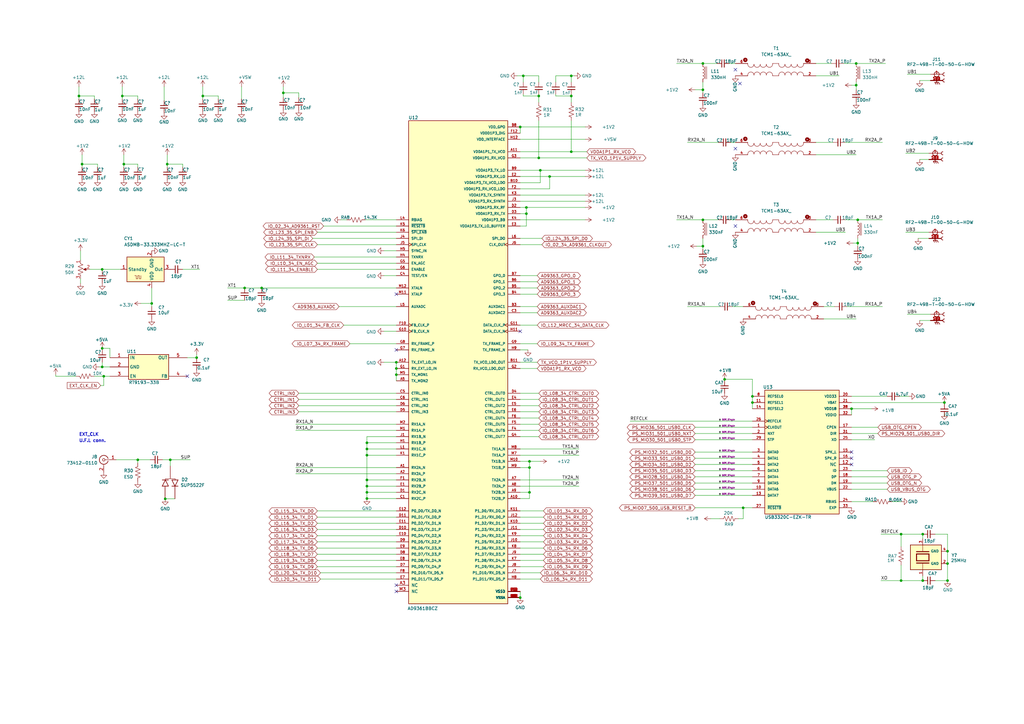
<source format=kicad_sch>
(kicad_sch (version 20230121) (generator eeschema)
  (paper "A3")
  (junction (at 33.655 67.31))
  (junction (at 217.17 191.77))
  (junction (at 42.545 154.305))
  (junction (at 308.61 165.1))
  (junction (at 388.62 231.14))
  (junction (at 162.56 151.13))
  (junction (at 213.36 52.07))
  (junction (at 351.79 90.17))
  (junction (at 50.165 39.37))
  (junction (at 32.385 39.37))
  (junction (at 308.61 162.56))
  (junction (at 220.98 39.37))
  (junction (at 387.35 165.1))
  (junction (at 62.23 124.46))
  (junction (at 107.315 118.11))
  (junction (at 388.62 226.06))
  (junction (at 68.58 67.31))
  (junction (at 217.17 201.93))
  (junction (at 234.315 39.37))
  (junction (at 80.645 146.685))
  (junction (at 50.8 67.31))
  (junction (at 288.29 90.17))
  (junction (at 116.205 38.1))
  (junction (at 100.33 118.11))
  (junction (at 56.515 188.595))
  (junction (at 369.57 238.125))
  (junction (at 215.9 87.63))
  (junction (at 150.495 184.15))
  (junction (at 351.155 34.925))
  (junction (at 351.155 26.035))
  (junction (at 69.85 188.595))
  (junction (at 225.425 72.39))
  (junction (at 288.29 36.83))
  (junction (at 378.46 238.125))
  (junction (at 162.56 153.67))
  (junction (at 288.29 100.965))
  (junction (at 41.91 150.495))
  (junction (at 388.62 238.125))
  (junction (at 214.63 31.115))
  (junction (at 378.46 219.075))
  (junction (at 213.36 245.11))
  (junction (at 234.315 31.115))
  (junction (at 83.185 39.37))
  (junction (at 41.91 110.49))
  (junction (at 67.7542 204.597))
  (junction (at 150.495 181.61))
  (junction (at 297.18 155.575))
  (junction (at 150.495 186.69))
  (junction (at 150.495 199.39))
  (junction (at 150.495 204.47))
  (junction (at 150.495 201.93))
  (junction (at 150.495 196.85))
  (junction (at 351.79 99.695))
  (junction (at 162.56 148.59))
  (junction (at 349.25 167.64))
  (junction (at 369.57 219.075))
  (junction (at 215.9 85.09))
  (junction (at 304.8 208.28))
  (junction (at 234.315 62.23))
  (junction (at 288.29 26.035))
  (junction (at 217.17 189.23))
  (junction (at 41.91 142.875))
  (junction (at 220.98 64.77))
  (junction (at 221.615 69.85))
  (no_connect (at 301.625 60.96))
  (no_connect (at 349.25 190.5))
  (no_connect (at 76.835 154.305))
  (no_connect (at 213.36 135.89))
  (no_connect (at 162.56 240.03))
  (no_connect (at 349.25 185.42))
  (no_connect (at 162.56 143.51))
  (no_connect (at 303.4792 34.2646))
  (no_connect (at 301.625 92.71))
  (no_connect (at 301.625 28.575))
  (no_connect (at 162.56 242.57))
  (no_connect (at 162.56 120.65))
  (no_connect (at 349.25 187.96))
  (wire (pts (xy 308.61 162.56) (xy 308.61 165.1)))
  (wire (pts (xy 130.175 209.55) (xy 162.56 209.55)))
  (wire (pts (xy 213.36 52.07) (xy 240.03 52.07)))
  (wire (pts (xy 285.115 187.96) (xy 308.61 187.96)))
  (wire (pts (xy 68.58 63.5) (xy 68.58 67.31)))
  (wire (pts (xy 56.515 39.37) (xy 56.515 40.64)))
  (wire (pts (xy 50.165 35.56) (xy 50.165 39.37)))
  (wire (pts (xy 215.9 85.09) (xy 240.03 85.09)))
  (wire (pts (xy 388.62 231.14) (xy 388.62 238.125)))
  (wire (pts (xy 351.79 97.79) (xy 351.79 99.695)))
  (wire (pts (xy 121.285 176.53) (xy 162.56 176.53)))
  (wire (pts (xy 349.25 162.56) (xy 363.855 162.56)))
  (wire (pts (xy 214.63 39.37) (xy 220.98 39.37)))
  (wire (pts (xy 349.25 175.26) (xy 360.045 175.26)))
  (wire (pts (xy 149.86 90.17) (xy 162.56 90.17)))
  (wire (pts (xy 361.315 219.075) (xy 369.57 219.075)))
  (wire (pts (xy 41.91 110.49) (xy 41.91 111.125)))
  (wire (pts (xy 68.58 67.31) (xy 74.93 67.31)))
  (wire (pts (xy 213.36 151.13) (xy 220.345 151.13)))
  (wire (pts (xy 215.9 87.63) (xy 213.36 87.63)))
  (wire (pts (xy 378.46 238.125) (xy 378.46 236.22)))
  (wire (pts (xy 213.36 184.15) (xy 237.49 184.15)))
  (wire (pts (xy 41.91 142.875) (xy 41.91 143.51)))
  (wire (pts (xy 41.91 142.875) (xy 45.085 142.875)))
  (wire (pts (xy 288.29 36.83) (xy 288.29 38.1)))
  (wire (pts (xy 67.691 204.597) (xy 67.7542 204.597)))
  (wire (pts (xy 68.58 68.58) (xy 68.58 67.31)))
  (wire (pts (xy 285.115 180.34) (xy 308.61 180.34)))
  (wire (pts (xy 217.17 204.47) (xy 217.17 201.93)))
  (wire (pts (xy 162.56 148.59) (xy 162.56 151.13)))
  (wire (pts (xy 234.315 62.23) (xy 240.665 62.23)))
  (wire (pts (xy 234.315 31.115) (xy 235.585 31.115)))
  (wire (pts (xy 288.29 26.035) (xy 294.005 26.035)))
  (wire (pts (xy 349.885 99.695) (xy 351.79 99.695)))
  (wire (pts (xy 351.79 99.695) (xy 351.79 100.965)))
  (wire (pts (xy 213.36 97.79) (xy 222.25 97.79)))
  (wire (pts (xy 162.56 153.67) (xy 162.56 156.21)))
  (wire (pts (xy 213.36 217.17) (xy 222.885 217.17)))
  (wire (pts (xy 62.23 124.46) (xy 62.23 125.73)))
  (wire (pts (xy 42.545 154.305) (xy 42.545 158.115)))
  (wire (pts (xy 116.205 38.1) (xy 116.205 40.005)))
  (wire (pts (xy 56.515 188.595) (xy 56.515 189.865)))
  (wire (pts (xy 41.91 150.495) (xy 45.085 150.495)))
  (wire (pts (xy 41.91 148.59) (xy 41.91 150.495)))
  (wire (pts (xy 33.655 68.58) (xy 33.655 67.31)))
  (wire (pts (xy 57.785 124.46) (xy 62.23 124.46)))
  (wire (pts (xy 130.175 107.95) (xy 162.56 107.95)))
  (wire (pts (xy 150.495 179.07) (xy 150.495 181.61)))
  (wire (pts (xy 93.345 118.11) (xy 100.33 118.11)))
  (wire (pts (xy 150.495 201.93) (xy 150.495 204.47)))
  (wire (pts (xy 388.62 238.125) (xy 383.54 238.125)))
  (wire (pts (xy 220.98 64.77) (xy 213.36 64.77)))
  (wire (pts (xy 213.36 204.47) (xy 217.17 204.47)))
  (wire (pts (xy 150.495 184.15) (xy 162.56 184.15)))
  (wire (pts (xy 378.46 220.98) (xy 378.46 219.075)))
  (wire (pts (xy 213.36 163.83) (xy 220.98 163.83)))
  (wire (pts (xy 122.555 161.29) (xy 162.56 161.29)))
  (wire (pts (xy 121.285 191.77) (xy 162.56 191.77)))
  (wire (pts (xy 76.835 146.685) (xy 80.645 146.685)))
  (wire (pts (xy 69.85 188.595) (xy 78.105 188.595)))
  (wire (pts (xy 346.075 26.035) (xy 351.155 26.035)))
  (wire (pts (xy 42.545 158.115) (xy 41.275 158.115)))
  (wire (pts (xy 122.555 38.1) (xy 122.555 40.005)))
  (wire (pts (xy 38.735 39.37) (xy 38.735 40.64)))
  (wire (pts (xy 349.25 195.58) (xy 363.855 195.58)))
  (wire (pts (xy 388.62 219.075) (xy 388.62 226.06)))
  (wire (pts (xy 213.36 229.87) (xy 222.885 229.87)))
  (wire (pts (xy 372.11 30.48) (xy 381.635 30.48)))
  (wire (pts (xy 130.175 229.87) (xy 162.56 229.87)))
  (wire (pts (xy 369.57 219.075) (xy 378.46 219.075)))
  (wire (pts (xy 281.94 58.42) (xy 294.64 58.42)))
  (wire (pts (xy 361.315 238.125) (xy 369.57 238.125)))
  (wire (pts (xy 213.36 148.59) (xy 220.345 148.59)))
  (wire (pts (xy 143.51 140.97) (xy 162.56 140.97)))
  (wire (pts (xy 83.185 39.37) (xy 89.535 39.37)))
  (wire (pts (xy 213.36 140.97) (xy 220.345 140.97)))
  (wire (pts (xy 150.495 184.15) (xy 150.495 186.69)))
  (wire (pts (xy 220.98 64.77) (xy 240.665 64.77)))
  (wire (pts (xy 213.36 176.53) (xy 220.98 176.53)))
  (wire (pts (xy 157.48 135.89) (xy 162.56 135.89)))
  (wire (pts (xy 213.36 232.41) (xy 222.885 232.41)))
  (wire (pts (xy 38.735 154.305) (xy 42.545 154.305)))
  (wire (pts (xy 299.72 90.17) (xy 301.625 90.17)))
  (wire (pts (xy 213.36 143.51) (xy 216.535 143.51)))
  (wire (pts (xy 213.36 227.33) (xy 222.885 227.33)))
  (wire (pts (xy 116.205 38.1) (xy 122.555 38.1)))
  (wire (pts (xy 213.36 191.77) (xy 217.17 191.77)))
  (wire (pts (xy 285.115 175.26) (xy 308.61 175.26)))
  (wire (pts (xy 304.8 208.28) (xy 308.61 208.28)))
  (wire (pts (xy 234.315 31.115) (xy 234.315 33.655)))
  (wire (pts (xy 131.445 234.95) (xy 162.56 234.95)))
  (wire (pts (xy 369.57 205.74) (xy 365.76 205.74)))
  (wire (pts (xy 220.98 31.115) (xy 220.98 33.655)))
  (wire (pts (xy 67.7542 204.597) (xy 71.755 204.597)))
  (wire (pts (xy 214.63 31.115) (xy 220.98 31.115)))
  (wire (pts (xy 285.115 203.2) (xy 308.61 203.2)))
  (wire (pts (xy 83.185 35.56) (xy 83.185 39.37)))
  (wire (pts (xy 225.425 77.47) (xy 213.36 77.47)))
  (wire (pts (xy 213.36 214.63) (xy 222.885 214.63)))
  (wire (pts (xy 139.065 125.73) (xy 162.56 125.73)))
  (wire (pts (xy 285.115 198.12) (xy 308.61 198.12)))
  (wire (pts (xy 130.175 222.25) (xy 162.56 222.25)))
  (wire (pts (xy 40.64 150.495) (xy 41.91 150.495)))
  (wire (pts (xy 291.465 212.725) (xy 295.275 212.725)))
  (wire (pts (xy 302.895 212.725) (xy 304.8 212.725)))
  (wire (pts (xy 213.36 90.17) (xy 240.03 90.17)))
  (wire (pts (xy 157.48 102.87) (xy 162.56 102.87)))
  (wire (pts (xy 157.48 113.03) (xy 162.56 113.03)))
  (wire (pts (xy 130.175 217.17) (xy 162.56 217.17)))
  (wire (pts (xy 297.18 155.575) (xy 297.18 156.21)))
  (wire (pts (xy 213.36 120.65) (xy 220.345 120.65)))
  (wire (pts (xy 162.56 151.13) (xy 162.56 153.67)))
  (wire (pts (xy 130.175 110.49) (xy 162.56 110.49)))
  (wire (pts (xy 33.02 102.87) (xy 33.02 106.68)))
  (wire (pts (xy 122.555 163.83) (xy 162.56 163.83)))
  (wire (pts (xy 221.615 69.85) (xy 240.03 69.85)))
  (wire (pts (xy 383.54 219.075) (xy 388.62 219.075)))
  (wire (pts (xy 225.425 72.39) (xy 225.425 77.47)))
  (wire (pts (xy 99.06 35.56) (xy 99.06 40.64)))
  (wire (pts (xy 217.17 189.23) (xy 217.17 191.77)))
  (wire (pts (xy 285.115 190.5) (xy 308.61 190.5)))
  (wire (pts (xy 213.36 161.29) (xy 220.98 161.29)))
  (wire (pts (xy 89.535 39.37) (xy 89.535 40.64)))
  (wire (pts (xy 214.63 31.115) (xy 214.63 33.655)))
  (wire (pts (xy 299.72 58.42) (xy 301.625 58.42)))
  (wire (pts (xy 277.495 26.035) (xy 288.29 26.035)))
  (wire (pts (xy 349.25 180.34) (xy 358.775 180.34)))
  (wire (pts (xy 213.36 237.49) (xy 221.615 237.49)))
  (wire (pts (xy 150.495 196.85) (xy 150.495 199.39)))
  (wire (pts (xy 234.315 39.37) (xy 227.965 39.37)))
  (wire (pts (xy 217.17 189.23) (xy 221.615 189.23)))
  (wire (pts (xy 285.115 177.8) (xy 308.61 177.8)))
  (wire (pts (xy 308.61 155.575) (xy 308.61 162.56)))
  (wire (pts (xy 334.645 63.5) (xy 351.155 63.5)))
  (wire (pts (xy 130.175 95.25) (xy 162.56 95.25)))
  (wire (pts (xy 351.79 90.17) (xy 361.95 90.17)))
  (wire (pts (xy 281.94 125.73) (xy 295.275 125.73)))
  (wire (pts (xy 220.98 49.53) (xy 220.98 64.77)))
  (wire (pts (xy 140.97 133.35) (xy 162.56 133.35)))
  (wire (pts (xy 334.645 95.25) (xy 346.71 95.25)))
  (wire (pts (xy 377.19 65.405) (xy 381 65.405)))
  (wire (pts (xy 227.965 39.37) (xy 227.965 38.735)))
  (wire (pts (xy 213.36 179.07) (xy 220.98 179.07)))
  (wire (pts (xy 215.9 85.09) (xy 215.9 87.63)))
  (wire (pts (xy 74.93 67.31) (xy 74.93 68.58)))
  (wire (pts (xy 150.495 186.69) (xy 150.495 196.85)))
  (wire (pts (xy 227.965 31.115) (xy 234.315 31.115)))
  (wire (pts (xy 93.345 123.19) (xy 100.33 123.19)))
  (wire (pts (xy 150.495 196.85) (xy 162.56 196.85)))
  (wire (pts (xy 32.385 35.56) (xy 32.385 39.37)))
  (wire (pts (xy 349.25 177.8) (xy 360.045 177.8)))
  (wire (pts (xy 214.63 38.735) (xy 214.63 39.37)))
  (wire (pts (xy 45.085 142.875) (xy 45.085 146.685)))
  (wire (pts (xy 213.36 100.33) (xy 222.25 100.33)))
  (wire (pts (xy 121.285 194.31) (xy 162.56 194.31)))
  (wire (pts (xy 80.645 145.415) (xy 80.645 146.685)))
  (wire (pts (xy 213.36 219.71) (xy 222.885 219.71)))
  (wire (pts (xy 215.9 87.63) (xy 215.9 92.71)))
  (wire (pts (xy 130.175 214.63) (xy 162.56 214.63)))
  (wire (pts (xy 107.315 118.11) (xy 162.56 118.11)))
  (wire (pts (xy 234.315 39.37) (xy 234.315 41.91)))
  (wire (pts (xy 212.09 31.115) (xy 214.63 31.115)))
  (wire (pts (xy 139.7 90.17) (xy 142.24 90.17)))
  (wire (pts (xy 285.75 100.965) (xy 288.29 100.965)))
  (wire (pts (xy 213.36 224.79) (xy 222.885 224.79)))
  (wire (pts (xy 369.57 238.125) (xy 378.46 238.125)))
  (wire (pts (xy 213.36 212.09) (xy 222.885 212.09)))
  (wire (pts (xy 285.115 195.58) (xy 308.61 195.58)))
  (wire (pts (xy 50.8 63.5) (xy 50.8 67.31)))
  (wire (pts (xy 288.29 90.17) (xy 294.64 90.17)))
  (wire (pts (xy 213.36 242.57) (xy 213.36 245.11)))
  (wire (pts (xy 304.8 212.725) (xy 304.8 208.28)))
  (wire (pts (xy 33.655 67.31) (xy 40.005 67.31)))
  (wire (pts (xy 342.265 125.73) (xy 337.82 125.73)))
  (wire (pts (xy 150.495 181.61) (xy 150.495 184.15)))
  (wire (pts (xy 66.675 188.595) (xy 69.85 188.595)))
  (wire (pts (xy 69.85 188.595) (xy 69.85 191.135)))
  (wire (pts (xy 213.36 80.01) (xy 240.03 80.01)))
  (wire (pts (xy 369.57 224.155) (xy 369.57 219.075)))
  (wire (pts (xy 74.93 110.49) (xy 81.915 110.49)))
  (wire (pts (xy 213.36 186.69) (xy 237.49 186.69)))
  (wire (pts (xy 56.515 188.595) (xy 61.595 188.595)))
  (wire (pts (xy 128.905 105.41) (xy 162.56 105.41)))
  (wire (pts (xy 213.36 115.57) (xy 220.345 115.57)))
  (wire (pts (xy 371.475 62.865) (xy 381 62.865)))
  (wire (pts (xy 234.315 62.23) (xy 213.36 62.23)))
  (wire (pts (xy 116.205 35.56) (xy 116.205 38.1)))
  (wire (pts (xy 300.355 125.73) (xy 304.8 125.73)))
  (wire (pts (xy 346.71 90.17) (xy 351.79 90.17)))
  (wire (pts (xy 213.36 189.23) (xy 217.17 189.23)))
  (wire (pts (xy 351.155 34.925) (xy 351.155 36.83)))
  (wire (pts (xy 349.25 205.74) (xy 358.14 205.74)))
  (wire (pts (xy 122.555 168.91) (xy 162.56 168.91)))
  (wire (pts (xy 277.495 90.17) (xy 288.29 90.17)))
  (wire (pts (xy 213.36 222.25) (xy 222.885 222.25)))
  (wire (pts (xy 50.165 39.37) (xy 56.515 39.37)))
  (wire (pts (xy 220.98 38.735) (xy 220.98 39.37)))
  (wire (pts (xy 150.495 181.61) (xy 162.56 181.61)))
  (wire (pts (xy 213.36 128.27) (xy 220.345 128.27)))
  (wire (pts (xy 150.495 179.07) (xy 162.56 179.07)))
  (wire (pts (xy 162.56 204.47) (xy 150.495 204.47)))
  (wire (pts (xy 234.315 49.53) (xy 234.315 62.23)))
  (wire (pts (xy 213.36 173.99) (xy 220.98 173.99)))
  (wire (pts (xy 217.17 191.77) (xy 217.17 201.93)))
  (wire (pts (xy 40.005 67.31) (xy 40.005 68.58)))
  (wire (pts (xy 372.745 162.56) (xy 368.935 162.56)))
  (wire (pts (xy 213.36 113.03) (xy 220.345 113.03)))
  (wire (pts (xy 33.655 63.5) (xy 33.655 67.31)))
  (wire (pts (xy 377.19 33.02) (xy 381.635 33.02)))
  (wire (pts (xy 22.86 154.305) (xy 22.86 153.67)))
  (wire (pts (xy 67.31 35.56) (xy 67.31 41.275)))
  (wire (pts (xy 227.965 31.115) (xy 227.965 33.655)))
  (wire (pts (xy 349.25 198.12) (xy 363.855 198.12)))
  (wire (pts (xy 297.18 155.575) (xy 308.61 155.575)))
  (wire (pts (xy 128.27 97.79) (xy 162.56 97.79)))
  (wire (pts (xy 225.425 72.39) (xy 240.03 72.39)))
  (wire (pts (xy 100.33 118.11) (xy 107.315 118.11)))
  (wire (pts (xy 334.645 31.115) (xy 344.17 31.115)))
  (wire (pts (xy 376.555 97.79) (xy 381 97.79)))
  (wire (pts (xy 349.25 34.925) (xy 351.155 34.925)))
  (wire (pts (xy 83.185 40.64) (xy 83.185 39.37)))
  (wire (pts (xy 337.82 130.81) (xy 351.155 130.81)))
  (wire (pts (xy 334.645 58.42) (xy 341.63 58.42)))
  (wire (pts (xy 387.35 165.1) (xy 387.35 165.735)))
  (wire (pts (xy 130.175 232.41) (xy 162.56 232.41)))
  (wire (pts (xy 213.36 201.93) (xy 217.17 201.93)))
  (wire (pts (xy 150.495 186.69) (xy 162.56 186.69)))
  (wire (pts (xy 308.61 165.1) (xy 308.61 167.64)))
  (wire (pts (xy 349.25 167.64) (xy 349.25 170.18)))
  (wire (pts (xy 32.385 40.64) (xy 32.385 39.37)))
  (wire (pts (xy 347.345 125.73) (xy 361.95 125.73)))
  (wire (pts (xy 213.36 72.39) (xy 225.425 72.39)))
  (wire (pts (xy 387.35 169.545) (xy 387.35 170.815)))
  (wire (pts (xy 285.115 193.04) (xy 308.61 193.04)))
  (wire (pts (xy 349.25 167.64) (xy 357.505 167.64)))
  (wire (pts (xy 213.36 85.09) (xy 215.9 85.09)))
  (wire (pts (xy 285.115 200.66) (xy 308.61 200.66)))
  (wire (pts (xy 213.36 125.73) (xy 220.345 125.73)))
  (wire (pts (xy 56.515 67.31) (xy 56.515 68.58)))
  (wire (pts (xy 288.29 100.965) (xy 288.29 102.235)))
  (wire (pts (xy 32.385 39.37) (xy 38.735 39.37)))
  (wire (pts (xy 157.48 148.59) (xy 162.56 148.59)))
  (wire (pts (xy 131.445 237.49) (xy 162.56 237.49)))
  (wire (pts (xy 349.25 165.1) (xy 387.35 165.1)))
  (wire (pts (xy 346.71 58.42) (xy 361.95 58.42)))
  (wire (pts (xy 122.555 166.37) (xy 162.56 166.37)))
  (wire (pts (xy 22.86 154.305) (xy 31.115 154.305)))
  (wire (pts (xy 47.625 188.595) (xy 56.515 188.595)))
  (wire (pts (xy 121.285 173.99) (xy 162.56 173.99)))
  (wire (pts (xy 285.115 208.28) (xy 304.8 208.28)))
  (wire (pts (xy 213.36 57.15) (xy 240.03 57.15)))
  (wire (pts (xy 213.36 168.91) (xy 220.98 168.91)))
  (wire (pts (xy 130.175 224.79) (xy 162.56 224.79)))
  (wire (pts (xy 285.115 36.83) (xy 288.29 36.83)))
  (wire (pts (xy 371.475 95.25) (xy 381 95.25)))
  (wire (pts (xy 285.115 185.42) (xy 308.61 185.42)))
  (wire (pts (xy 213.36 52.07) (xy 213.36 54.61)))
  (wire (pts (xy 130.175 212.09) (xy 162.56 212.09)))
  (wire (pts (xy 220.98 39.37) (xy 220.98 41.91)))
  (wire (pts (xy 42.545 154.305) (xy 45.085 154.305)))
  (wire (pts (xy 349.25 200.66) (xy 363.855 200.66)))
  (wire (pts (xy 36.83 110.49) (xy 41.91 110.49)))
  (wire (pts (xy 213.36 234.95) (xy 221.615 234.95)))
  (wire (pts (xy 132.715 92.71) (xy 162.56 92.71)))
  (wire (pts (xy 334.645 26.035) (xy 340.995 26.035)))
  (wire (pts (xy 341.63 90.17) (xy 334.645 90.17)))
  (wire (pts (xy 288.29 33.655) (xy 288.29 36.83)))
  (wire (pts (xy 130.175 100.33) (xy 162.56 100.33)))
  (wire (pts (xy 213.36 133.35) (xy 220.345 133.35)))
  (wire (pts (xy 150.495 201.93) (xy 162.56 201.93)))
  (wire (pts (xy 150.495 199.39) (xy 150.495 201.93)))
  (wire (pts (xy 349.25 193.04) (xy 363.855 193.04)))
  (wire (pts (xy 299.085 26.035) (xy 301.625 26.035)))
  (wire (pts (xy 372.11 128.905) (xy 381.635 128.905)))
  (wire (pts (xy 351.155 26.035) (xy 363.22 26.035)))
  (wire (pts (xy 213.36 118.11) (xy 220.345 118.11)))
  (wire (pts (xy 258.445 172.72) (xy 308.61 172.72)))
  (wire (pts (xy 213.36 74.93) (xy 221.615 74.93)))
  (wire (pts (xy 50.8 68.58) (xy 50.8 67.31)))
  (wire (pts (xy 162.56 199.39) (xy 150.495 199.39)))
  (wire (pts (xy 237.49 199.39) (xy 213.36 199.39)))
  (wire (pts (xy 213.36 82.55) (xy 240.03 82.55)))
  (wire (pts (xy 221.615 69.85) (xy 221.615 74.93)))
  (wire (pts (xy 130.175 227.33) (xy 162.56 227.33)))
  (wire (pts (xy 213.36 166.37) (xy 220.98 166.37)))
  (wire (pts (xy 234.315 38.735) (xy 234.315 39.37)))
  (wire (pts (xy 50.8 67.31) (xy 56.515 67.31)))
  (wire (pts (xy 377.19 131.445) (xy 381.635 131.445)))
  (wire (pts (xy 62.23 118.11) (xy 62.23 124.46)))
  (wire (pts (xy 130.175 219.71) (xy 162.56 219.71)))
  (wire (pts (xy 213.36 171.45) (xy 220.98 171.45)))
  (wire (pts (xy 351.155 33.655) (xy 351.155 34.925)))
  (wire (pts (xy 369.57 238.125) (xy 369.57 231.775)))
  (wire (pts (xy 221.615 69.85) (xy 213.36 69.85)))
  (wire (pts (xy 288.29 97.79) (xy 288.29 100.965)))
  (wire (pts (xy 215.9 92.71) (xy 213.36 92.71)))
  (wire (pts (xy 237.49 196.85) (xy 213.36 196.85)))
  (wire (pts (xy 33.02 116.205) (xy 33.02 114.3)))
  (wire (pts (xy 50.165 40.64) (xy 50.165 39.37)))
  (wire (pts (xy 41.91 110.49) (xy 49.53 110.49)))
  (wire (pts (xy 213.36 209.55) (xy 222.885 209.55)))
  (wire (pts (xy 388.62 226.06) (xy 388.62 231.14)))
  (text "EXT_CLK" (at 32.385 179.07 0) (effects (font (size 1.27 1.27) (thickness 0.254) bold) (justify left bottom)))
  (text "U.F.L conn.\n" (at 32.385 181.61 0) (effects (font (size 1.27 1.27) (thickness 0.254) bold) (justify left bottom)))
  (label "UB1" (at 372.11 30.48 0))
  (label "XO" (at 358.775 180.34 180))
  (label "RX1A_P" (at 361.95 125.73 180))
  (label "RX2A_N" (at 281.94 58.42 0))
  (label "TX2A_P" (at 237.49 199.39 180))
  (label "TX1A_P" (at 361.95 90.17 180))
  (label "UB3" (at 371.475 95.25 0))
  (label "XT1" (at 81.915 110.49 180))
  (label "XO" (at 361.315 238.125 0))
  (label "UB4" (at 372.11 128.905 0))
  (label "UB2" (at 351.155 63.5 180))
  (label "RX1A_N" (at 281.94 125.73 0))
  (label "REFCLK" (at 258.445 172.72 0))
  (label "TX2A_N" (at 237.49 196.85 180))
  (label "XT1" (at 93.345 118.11 0))
  (label "RX2A_N" (at 121.285 191.77 0))
  (label "RX1A_N" (at 121.285 173.99 0))
  (label "UB1" (at 344.17 31.115 180))
  (label "TX1A_N" (at 277.495 90.17 0))
  (label "UB4" (at 351.155 130.81 180))
  (label "SUP" (at 93.345 123.19 0))
  (label "UB3" (at 346.71 95.25 180))
  (label "TX2A_N" (at 277.495 26.035 0))
  (label "REFCLK" (at 361.315 219.075 0))
  (label "RX2A_P" (at 121.285 194.31 0))
  (label "TX2A_P" (at 363.22 26.035 180))
  (label "TX1A_N" (at 237.49 184.15 180))
  (label "UB2" (at 371.475 62.865 0))
  (label "RX2A_P" (at 361.95 58.42 180))
  (label "TX1A_P" (at 237.49 186.69 180))
  (label "RX1A_P" (at 121.285 176.53 0))
  (label "SUP" (at 78.105 188.595 180))
  (global_label "IO_L24_35_SPI_DI" (shape bidirectional) (at 128.27 97.79 180) (property "Intersheetrefs" "${INTERSHEET_REFS}" (effects hide)))
  (global_label "IO_L01_34_RX_D1" (shape bidirectional) (at 222.885 212.09 0) (property "Intersheetrefs" "${INTERSHEET_REFS}" (effects hide)))
  (global_label "AD9363_GPO_1" (shape bidirectional) (at 220.345 115.57 0) (property "Intersheetrefs" "${INTERSHEET_REFS}" (effects hide)))
  (global_label "IO_L07_34_RX_FRAME" (shape bidirectional) (at 143.51 140.97 180) (property "Intersheetrefs" "${INTERSHEET_REFS}" (effects hide)))
  (global_label "PS_MIO28_501_USB0_D4" (shape bidirectional) (at 285.115 195.58 180) (property "Intersheetrefs" "${INTERSHEET_REFS}" (effects hide)))
  (global_label "PS_MIO30_501_USB0_STP" (shape bidirectional) (at 285.115 180.34 180) (property "Intersheetrefs" "${INTERSHEET_REFS}" (effects hide)))
  (global_label "IO_L03_34_RX_D4" (shape bidirectional) (at 222.885 219.71 0) (property "Intersheetrefs" "${INTERSHEET_REFS}" (effects hide)))
  (global_label "PS_MIO31_501_USB0_NXT" (shape bidirectional) (at 285.115 177.8 180) (property "Intersheetrefs" "${INTERSHEET_REFS}" (effects hide)))
  (global_label "IO_L08_34_CTRL_OUT5" (shape bidirectional) (at 220.98 173.99 0) (property "Intersheetrefs" "${INTERSHEET_REFS}" (effects hide)))
  (global_label "IO_L08_34_CTRL_OUT4" (shape bidirectional) (at 220.98 171.45 0) (property "Intersheetrefs" "${INTERSHEET_REFS}" (effects hide)))
  (global_label "IO_L18_34_TX_D6" (shape bidirectional) (at 130.175 224.79 180) (property "Intersheetrefs" "${INTERSHEET_REFS}" (effects hide)))
  (global_label "IO_L09_34_TX_FRAME" (shape bidirectional) (at 220.345 140.97 0) (property "Intersheetrefs" "${INTERSHEET_REFS}" (effects hide)))
  (global_label "USB_ID" (shape bidirectional) (at 363.855 193.04 0) (property "Intersheetrefs" "${INTERSHEET_REFS}" (effects hide)))
  (global_label "IO_L12_MRCC_34_DATA_CLK" (shape bidirectional) (at 220.345 133.35 0) (property "Intersheetrefs" "${INTERSHEET_REFS}" (effects hide)))
  (global_label "PS_MIO37_501_USB0_D5" (shape bidirectional) (at 285.115 198.12 180) (property "Intersheetrefs" "${INTERSHEET_REFS}" (effects hide)))
  (global_label "IO_L19_34_TX_D8" (shape bidirectional) (at 130.175 229.87 180) (property "Intersheetrefs" "${INTERSHEET_REFS}" (effects hide)))
  (global_label "PS_MIO07_500_USB_RESET_B" (shape bidirectional) (at 285.115 208.28 180) (property "Intersheetrefs" "${INTERSHEET_REFS}" (effects hide)))
  (global_label "PS_MIO35_501_USB0_D3" (shape bidirectional) (at 285.115 193.04 180) (property "Intersheetrefs" "${INTERSHEET_REFS}" (effects hide)))
  (global_label "IO_L11_34_TXNRX" (shape bidirectional) (at 128.905 105.41 180) (property "Intersheetrefs" "${INTERSHEET_REFS}" (effects hide)))
  (global_label "USB_VBUS_OTG" (shape bidirectional) (at 363.855 200.66 0) (property "Intersheetrefs" "${INTERSHEET_REFS}" (effects hide)))
  (global_label "AD9363_AUXDAC1" (shape bidirectional) (at 220.345 125.73 0) (property "Intersheetrefs" "${INTERSHEET_REFS}" (effects hide)))
  (global_label "PS_MIO36_501_USB0_CLK" (shape bidirectional) (at 285.115 175.26 180) (property "Intersheetrefs" "${INTERSHEET_REFS}" (effects hide)))
  (global_label "USB_OTG_N" (shape bidirectional) (at 363.855 198.12 0) (property "Intersheetrefs" "${INTERSHEET_REFS}" (effects hide)))
  (global_label "IO_L08_34_CTRL_OUT0" (shape bidirectional) (at 220.98 161.29 0) (property "Intersheetrefs" "${INTERSHEET_REFS}" (effects hide)))
  (global_label "IO_L08_34_CTRL_OUT6" (shape bidirectional) (at 220.98 176.53 0) (property "Intersheetrefs" "${INTERSHEET_REFS}" (effects hide)))
  (global_label "IO_L17_34_TX_D4" (shape bidirectional) (at 130.175 219.71 180) (property "Intersheetrefs" "${INTERSHEET_REFS}" (effects hide)))
  (global_label "IO_L17_34_TX_D5" (shape bidirectional) (at 130.175 222.25 180) (property "Intersheetrefs" "${INTERSHEET_REFS}" (effects hide)))
  (global_label "AD9363_AUXDAC2" (shape bidirectional) (at 220.345 128.27 0) (property "Intersheetrefs" "${INTERSHEET_REFS}" (effects hide)))
  (global_label "IO_L08_34_CTRL_OUT7" (shape bidirectional) (at 220.98 179.07 0) (property "Intersheetrefs" "${INTERSHEET_REFS}" (effects hide)))
  (global_label "IO_L05_34_RX_D8" (shape bidirectional) (at 222.885 229.87 0) (property "Intersheetrefs" "${INTERSHEET_REFS}" (effects hide)))
  (global_label "CTRL_IN0" (shape bidirectional) (at 122.555 161.29 180) (property "Intersheetrefs" "${INTERSHEET_REFS}" (effects hide)))
  (global_label "AD9363_GPO_2" (shape bidirectional) (at 220.345 118.11 0) (property "Intersheetrefs" "${INTERSHEET_REFS}" (effects hide)))
  (global_label "IO_L06_34_RX_D10" (shape bidirectional) (at 221.615 234.95 0) (property "Intersheetrefs" "${INTERSHEET_REFS}" (effects hide)))
  (global_label "IO_L20_34_TX_D10" (shape bidirectional) (at 131.445 234.95 180) (property "Intersheetrefs" "${INTERSHEET_REFS}" (effects hide)))
  (global_label "AD9363_AUXADC" (shape bidirectional) (at 139.065 125.73 180) (property "Intersheetrefs" "${INTERSHEET_REFS}" (effects hide)))
  (global_label "IO_L05_34_RX_D9" (shape bidirectional) (at 222.885 232.41 0) (property "Intersheetrefs" "${INTERSHEET_REFS}" (effects hide)))
  (global_label "IO_L08_34_CTRL_OUT3" (shape bidirectional) (at 220.98 168.91 0) (property "Intersheetrefs" "${INTERSHEET_REFS}" (effects hide)))
  (global_label "IO_L04_34_RX_D7" (shape bidirectional) (at 222.885 227.33 0) (property "Intersheetrefs" "${INTERSHEET_REFS}" (effects hide)))
  (global_label "TX_VCO_1P1V_SUPPLY" (shape bidirectional) (at 240.665 64.77 0) (property "Intersheetrefs" "${INTERSHEET_REFS}" (effects hide)))
  (global_label "IO_02_34_AD9361_RST" (shape bidirectional) (at 132.715 92.71 180) (property "Intersheetrefs" "${INTERSHEET_REFS}" (effects hide)))
  (global_label "PS_MIO29_501_USB0_DIR" (shape bidirectional) (at 360.045 177.8 0) (property "Intersheetrefs" "${INTERSHEET_REFS}" (effects hide)))
  (global_label "IO_L19_34_TX_D9" (shape bidirectional) (at 130.175 232.41 180) (property "Intersheetrefs" "${INTERSHEET_REFS}" (effects hide)))
  (global_label "IO_L15_34_TX_D0" (shape bidirectional) (at 130.175 209.55 180) (property "Intersheetrefs" "${INTERSHEET_REFS}" (effects hide)))
  (global_label "VDDA1P1_RX_VCO" (shape bidirectional) (at 220.345 151.13 0) (property "Intersheetrefs" "${INTERSHEET_REFS}" (effects hide)))
  (global_label "IO_L10_34_EN_AGC" (shape bidirectional) (at 130.175 107.95 180) (property "Intersheetrefs" "${INTERSHEET_REFS}" (effects hide)))
  (global_label "PS_MIO38_501_USB0_D6" (shape bidirectional) (at 285.115 200.66 180) (property "Intersheetrefs" "${INTERSHEET_REFS}" (effects hide)))
  (global_label "AD9363_GPO_0" (shape bidirectional) (at 220.345 113.03 0) (property "Intersheetrefs" "${INTERSHEET_REFS}" (effects hide)))
  (global_label "AD9363_GPO_3" (shape bidirectional) (at 220.345 120.65 0) (property "Intersheetrefs" "${INTERSHEET_REFS}" (effects hide)))
  (global_label "IO_L08_34_CTRL_OUT2" (shape bidirectional) (at 220.98 166.37 0) (property "Intersheetrefs" "${INTERSHEET_REFS}" (effects hide)))
  (global_label "IO_L02_34_RX_D3" (shape bidirectional) (at 222.885 217.17 0) (property "Intersheetrefs" "${INTERSHEET_REFS}" (effects hide)))
  (global_label "PS_MIO33_501_USB0_D1" (shape bidirectional) (at 285.115 187.96 180) (property "Intersheetrefs" "${INTERSHEET_REFS}" (effects hide)))
  (global_label "IO_L01_34_RX_D0" (shape bidirectional) (at 222.885 209.55 0) (property "Intersheetrefs" "${INTERSHEET_REFS}" (effects hide)))
  (global_label "IO_L02_34_RX_D2" (shape bidirectional) (at 222.885 214.63 0) (property "Intersheetrefs" "${INTERSHEET_REFS}" (effects hide)))
  (global_label "CTRL_IN3" (shape bidirectional) (at 122.555 168.91 180) (property "Intersheetrefs" "${INTERSHEET_REFS}" (effects hide)))
  (global_label "IO_L15_34_TX_D1" (shape bidirectional) (at 130.175 212.09 180) (property "Intersheetrefs" "${INTERSHEET_REFS}" (effects hide)))
  (global_label "IO_L24_35_SPI_D0" (shape bidirectional) (at 222.25 97.79 0) (property "Intersheetrefs" "${INTERSHEET_REFS}" (effects hide)))
  (global_label "IO_L06_34_RX_D11" (shape bidirectional) (at 221.615 237.49 0) (property "Intersheetrefs" "${INTERSHEET_REFS}" (effects hide)))
  (global_label "USB_OTG_CPEN" (shape bidirectional) (at 360.045 175.26 0) (property "Intersheetrefs" "${INTERSHEET_REFS}" (effects hide)))
  (global_label "IO_L16_34_TX_D2" (shape bidirectional) (at 130.175 214.63 180) (property "Intersheetrefs" "${INTERSHEET_REFS}" (effects hide)))
  (global_label "IO_L03_34_RX_D5" (shape bidirectional) (at 222.885 222.25 0) (property "Intersheetrefs" "${INTERSHEET_REFS}" (effects hide)))
  (global_label "PS_MIO34_501_USB0_D2" (shape bidirectional) (at 285.115 190.5 180) (property "Intersheetrefs" "${INTERSHEET_REFS}" (effects hide)))
  (global_label "CTRL_IN1" (shape bidirectional) (at 122.555 163.83 180) (property "Intersheetrefs" "${INTERSHEET_REFS}" (effects hide)))
  (global_label "IO_L16_34_TX_D3" (shape bidirectional) (at 130.175 217.17 180) (property "Intersheetrefs" "${INTERSHEET_REFS}" (effects hide)))
  (global_label "IO_L04_34_RX_D6" (shape bidirectional) (at 222.885 224.79 0) (property "Intersheetrefs" "${INTERSHEET_REFS}" (effects hide)))
  (global_label "PS_MIO39_501_USB0_D7" (shape bidirectional) (at 285.115 203.2 180) (property "Intersheetrefs" "${INTERSHEET_REFS}" (effects hide)))
  (global_label "IO_L23_35_SPI_ENB" (shape bidirectional) (at 130.175 95.25 180) (property "Intersheetrefs" "${INTERSHEET_REFS}" (effects hide)))
  (global_label "IO_L01_34_FB_CLK" (shape bidirectional) (at 140.97 133.35 180) (property "Intersheetrefs" "${INTERSHEET_REFS}" (effects hide)))
  (global_label "IO_L23_35_SPI_CLK" (shape bidirectional) (at 130.175 100.33 180) (property "Intersheetrefs" "${INTERSHEET_REFS}" (effects hide)))
  (global_label "TX_VCO_1P1V_SUPPLY" (shape bidirectional) (at 220.345 148.59 0) (property "Intersheetrefs" "${INTERSHEET_REFS}" (effects hide)))
  (global_label "VDDA1P1_RX_VCO" (shape bidirectional) (at 240.665 62.23 0) (property "Intersheetrefs" "${INTERSHEET_REFS}" (effects hide)))
  (global_label "IO_L18_34_TX_D7" (shape bidirectional) (at 130.175 227.33 180) (property "Intersheetrefs" "${INTERSHEET_REFS}" (effects hide)))
  (global_label "PS_MIO32_501_USB0_D0" (shape bidirectional) (at 285.115 185.42 180) (property "Intersheetrefs" "${INTERSHEET_REFS}" (effects hide)))
  (global_label "IO_L20_34_TX_D11" (shape bidirectional) (at 131.445 237.49 180) (property "Intersheetrefs" "${INTERSHEET_REFS}" (effects hide)))
  (global_label "EXT_CLK_EN" (shape input) (at 41.275 158.115 180) (property "Intersheetrefs" "${INTERSHEET_REFS}" (effects hide)))
  (global_label "USB_OTG_P" (shape bidirectional) (at 363.855 195.58 0) (property "Intersheetrefs" "${INTERSHEET_REFS}" (effects hide)))
  (global_label "IO_L11_34_ENABLE" (shape bidirectional) (at 130.175 110.49 180) (property "Intersheetrefs" "${INTERSHEET_REFS}" (effects hide)))
  (global_label "CTRL_IN2" (shape bidirectional) (at 122.555 166.37 180) (property "Intersheetrefs" "${INTERSHEET_REFS}" (effects hide)))
  (global_label "IO_L08_34_CTRL_OUT1" (shape bidirectional) (at 220.98 163.83 0) (property "Intersheetrefs" "${INTERSHEET_REFS}" (effects hide)))
  (global_label "IO_02_34_AD9361_CLKOUT" (shape bidirectional) (at 222.25 100.33 0) (property "Intersheetrefs" "${INTERSHEET_REFS}" (effects hide)))
  (netclass_flag "" (length 0.635) (shape dot) (at 295.275 200.66 0) (property "Netclass" "50R_Single" (at 295.9735 200.025 0) (effects (font (size 0.635 0.635) italic) (justify left))))
  (netclass_flag "" (length 0.635) (shape dot) (at 295.275 193.04 0) (property "Netclass" "50R_Single" (at 295.9735 192.405 0) (effects (font (size 0.635 0.635) italic) (justify left))))
  (netclass_flag "" (length 0.635) (shape dot) (at 295.275 175.26 0) (property "Netclass" "50R_Single" (at 295.9735 174.625 0) (effects (font (size 0.635 0.635) italic) (justify left))))
  (netclass_flag "" (length 0.635) (shape dot) (at 295.275 203.2 0) (property "Netclass" "50R_Single" (at 295.9735 202.565 0) (effects (font (size 0.635 0.635) italic) (justify left))))
  (netclass_flag "" (length 0.635) (shape dot) (at 295.275 180.34 0) (property "Netclass" "50R_Single" (at 295.9735 179.705 0) (effects (font (size 0.635 0.635) italic) (justify left))))
  (netclass_flag "" (length 0.635) (shape dot) (at 295.275 185.42 0) (property "Netclass" "50R_Single" (at 295.9735 184.785 0) (effects (font (size 0.635 0.635) italic) (justify left))))
  (netclass_flag "" (length 0.635) (shape dot) (at 295.275 195.58 0) (property "Netclass" "50R_Single" (at 295.9735 194.945 0) (effects (font (size 0.635 0.635) italic) (justify left))))
  (netclass_flag "" (length 0.635) (shape dot) (at 295.275 198.12 0) (property "Netclass" "50R_Single" (at 295.9735 197.485 0) (effects (font (size 0.635 0.635) italic) (justify left))))
  (netclass_flag "" (length 0.635) (shape dot) (at 295.275 177.8 0) (property "Netclass" "50R_Single" (at 295.9735 177.165 0) (effects (font (size 0.635 0.635) italic) (justify left))))
  (netclass_flag "" (length 0.635) (shape dot) (at 295.275 190.5 0) (property "Netclass" "50R_Single" (at 295.9735 189.865 0) (effects (font (size 0.635 0.635) italic) (justify left))))
  (netclass_flag "" (length 0.635) (shape dot) (at 295.275 187.96 0) (property "Netclass" "50R_Single" (at 295.9735 187.325 0) (effects (font (size 0.635 0.635) italic) (justify left))))
  (netclass_flag "" (length 0.635) (shape dot) (at 295.275 172.72 0) (property "Netclass" "50R_Single" (at 295.9735 172.085 0) (effects (font (size 0.635 0.635) italic) (justify left))))
  (symbol (lib_id "power:+12L") (at 50.165 35.56 0) (unit 1)
    (property "Reference" "#PWR?" (effects hide))
    (property "Value" "IP3_SUPPLY_A" (at 50.038 31.75 0))
    (instances (project "IO_SDR_1.1" (path "" (reference "#PWR?") (unit 1)) (path "" (reference "#PWR0135") (unit 1))))
  )
  (symbol (lib_name "GND_1") (lib_id "power:GND") (at 301.625 31.115 0) (unit 1)
    (property "Reference" "#PWR?" (effects hide))
    (property "Value" "GND" (at 301.498 35.687 90))
    (instances (project "IO_SDR_1.1" (path "" (reference "#PWR?") (unit 1)) (path "" (reference "#PWR?") (unit 1)) (path "" (reference "#PWR?") (unit 1)) (path "" (reference "#PWR0190") (unit 1))))
  )
  (symbol (lib_id "Device:C_Small") (at 122.555 42.545 0) (unit 1)
    (property "Reference" "C?" (at 122.682 41.021 0) (effects (justify left)))
    (property "Value" "10nF" (at 122.936 44.196 0) (effects (justify left)))
    (property "Footprint" "Capacitor_SMD:C_0402_1005Metric_Pad0.74x0.62mm_HandSolder" (effects hide))
    (instances (project "IO_SDR_1.1" (path "" (reference "C?") (unit 1)) (path "" (reference "C75") (unit 1))))
  )
  (symbol (lib_id "Device:C_Small") (at 381 219.075 90) (unit 1)
    (property "Reference" "CA?" (at 382.778 216.154 90) (effects (justify left)))
    (property "Value" "18pF" (at 383.794 221.869 90) (effects (justify left)))
    (property "Footprint" "Capacitor_SMD:C_0402_1005Metric_Pad0.74x0.62mm_HandSolder" (effects hide))
    (instances (project "IO_SDR_1.1" (path "" (reference "CA?") (unit 1)) (path "" (reference "CA5") (unit 1))))
  )
  (symbol (lib_id "Device:C_Small") (at 227.965 36.195 0) (unit 1)
    (property "Reference" "C?" (at 223.901 34.671 0) (effects (justify left)))
    (property "Value" "1nF" (at 224.155 37.973 0) (effects (justify left)))
    (property "Footprint" "Capacitor_SMD:C_0402_1005Metric_Pad0.74x0.62mm_HandSolder" (effects hide))
    (instances (project "IO_SDR_1.1" (path "" (reference "C?") (unit 1)) (path "" (reference "C78") (unit 1))))
  )
  (symbol (lib_id "Device:C_Small") (at 220.98 36.195 0) (unit 1)
    (property "Reference" "C?" (at 217.17 34.544 0) (effects (justify left)))
    (property "Value" "1nF" (at 217.17 37.973 0) (effects (justify left)))
    (property "Footprint" "Capacitor_SMD:C_0402_1005Metric_Pad0.74x0.62mm_HandSolder" (effects hide))
    (instances (project "IO_SDR_1.1" (path "" (reference "C?") (unit 1)) (path "" (reference "C77") (unit 1))))
  )
  (symbol (lib_id "Device:C_Small") (at 297.18 158.75 180) (unit 1)
    (property "Reference" "CA?" (at 296.799 156.972 0) (effects (justify left)))
    (property "Value" "10uF" (at 296.672 160.655 0) (effects (justify left)))
    (property "Footprint" "Capacitor_SMD:C_0603_1608Metric_Pad1.08x0.95mm_HandSolder" (effects hide))
    (instances (project "IO_SDR_1.1" (path "" (reference "CA?") (unit 1)) (path "" (reference "CA9") (unit 1))))
  )
  (symbol (lib_id "Device:C_Small") (at 62.23 128.27 0) (unit 1)
    (property "Reference" "C?" (at 64.897 126.111 0) (effects (justify left)))
    (property "Value" "10uF" (at 64.77 128.27 0) (effects (justify left)))
    (property "Footprint" "Capacitor_SMD:C_0603_1608Metric_Pad1.08x0.95mm_HandSolder" (effects hide))
    (instances (project "IO_SDR_1.1" (path "" (reference "C?") (unit 1)) (path "" (reference "CA7") (unit 1))))
  )
  (symbol (lib_name "+1V8_1") (lib_id "power:+1V8") (at 291.465 212.725 90) (unit 1)
    (property "Reference" "#PWR0185" (effects hide))
    (property "Value" "VCC1V8" (at 281.178 212.598 90) (effects (justify right)))
  )
  (symbol (lib_id "RF2-49B-T-00-50-G-HDW:RF2-49B-T-00-50-G-HDW") (at 384.175 30.48 0) (mirror y) (unit 1)
    (property "Reference" "J11" (at 384.1531 24.3474 0))
    (property "Value" "RF2-49B-T-00-50-G-HDW" (at 385.8793 26.4189 0))
    (property "Footprint" "Libraries:ADAMTECH_RF2-49B-T-00-50-G-HDW" (effects hide))
    (property "PARTREV" "7/20/16" (effects hide))
    (property "STANDARD" "Manufacturer Recommendations" (effects hide))
    (property "SNAPEDA_PN" "RF2-49B-T-00-50-G-HDW" (effects hide))
    (property "MAXIMUM_PACKAGE_HEIGHT" "10.45mm" (effects hide))
    (property "MANUFACTURER" "Adam Tech" (effects hide))
  )
  (symbol (lib_id "RF2-49B-T-00-50-G-HDW:RF2-49B-T-00-50-G-HDW") (at 383.54 62.865 0) (mirror y) (unit 1)
    (property "Reference" "J9" (at 383.5181 56.7324 0))
    (property "Value" "RF2-49B-T-00-50-G-HDW" (at 385.2443 58.8039 0))
    (property "Footprint" "Libraries:ADAMTECH_RF2-49B-T-00-50-G-HDW" (effects hide))
    (property "PARTREV" "7/20/16" (effects hide))
    (property "STANDARD" "Manufacturer Recommendations" (effects hide))
    (property "SNAPEDA_PN" "RF2-49B-T-00-50-G-HDW" (effects hide))
    (property "MAXIMUM_PACKAGE_HEIGHT" "10.45mm" (effects hide))
    (property "MANUFACTURER" "Adam Tech" (effects hide))
  )
  (symbol (lib_id "Device:C_Small") (at 68.58 71.12 0) (unit 1)
    (property "Reference" "C?" (at 68.58 69.596 0) (effects (justify left)))
    (property "Value" "10nF" (at 68.58 72.771 0) (effects (justify left)))
    (property "Footprint" "Capacitor_SMD:C_0402_1005Metric_Pad0.74x0.62mm_HandSolder" (effects hide))
    (instances (project "IO_SDR_1.1" (path "" (reference "C?") (unit 1)) (path "" (reference "C66") (unit 1))))
  )
  (symbol (lib_id "power:+12L") (at 240.03 82.55 270) (unit 1)
    (property "Reference" "#PWR?" (effects hide))
    (property "Value" "IP3_SUPPLY_A" (at 242.57 82.55 90) (effects (justify left)))
    (instances (project "IO_SDR_1.1" (path "" (reference "#PWR?") (unit 1)) (path "" (reference "#PWR0180") (unit 1))))
  )
  (symbol (lib_name "+5VA_2") (lib_id "power:+5VA") (at 22.86 153.67 0) (unit 1)
    (property "Reference" "#PWR?" (effects hide))
    (property "Value" "+5V IN" (at 22.606 150.114 0))
    (instances (project "IO_SDR_1.1" (path "" (reference "#PWR?") (unit 1)) (path "" (reference "#PWR062") (unit 1)) (path "" (reference "#PWR0123") (unit 1))))
  )
  (symbol (lib_id "Device:C_Small") (at 50.165 43.18 0) (unit 1)
    (property "Reference" "C?" (at 50.165 41.656 0) (effects (justify left)))
    (property "Value" "10nF" (at 50.165 44.704 0) (effects (justify left)))
    (property "Footprint" "Capacitor_SMD:C_0402_1005Metric_Pad0.74x0.62mm_HandSolder" (effects hide))
    (instances (project "IO_SDR_1.1" (path "" (reference "C?") (unit 1)) (path "" (reference "C60") (unit 1))))
  )
  (symbol (lib_name "GND_1") (lib_id "power:GND") (at 377.19 33.02 0) (unit 1)
    (property "Reference" "#PWR?" (effects hide))
    (property "Value" "GND" (at 377.19 37.084 0))
    (instances (project "IO_SDR_1.1" (path "" (reference "#PWR?") (unit 1)) (path "" (reference "#PWR?") (unit 1)) (path "" (reference "#PWR?") (unit 1)) (path "" (reference "#PWR0203") (unit 1))))
  )
  (symbol (lib_id "Device:C_Small") (at 41.91 146.05 0) (mirror y) (unit 1)
    (property "Reference" "C?" (at 41.529 144.399 0) (effects (justify left)))
    (property "Value" "10uF" (at 41.656 147.701 0) (effects (justify left)))
    (property "Footprint" "Capacitor_SMD:C_0603_1608Metric_Pad1.08x0.95mm_HandSolder" (effects hide))
    (instances (project "IO_SDR_1.1" (path "" (reference "C?") (unit 1)) (path "" (reference "C59") (unit 1))))
  )
  (symbol (lib_id "Device:C_Small") (at 297.815 125.73 90) (unit 1)
    (property "Reference" "C?" (at 297.053 124.841 90) (effects (justify left)))
    (property "Value" "18pF" (at 303.403 124.841 90) (effects (justify left)))
    (property "Footprint" "Capacitor_SMD:C_0402_1005Metric_Pad0.74x0.62mm_HandSolder" (effects hide))
    (instances (project "IO_SDR_1.1" (path "" (reference "C?") (unit 1)) (path "" (reference "C85") (unit 1))))
  )
  (symbol (lib_id "Device:C_Small") (at 344.17 58.42 270) (unit 1)
    (property "Reference" "C?" (at 339.471 57.531 90) (effects (justify left)))
    (property "Value" "18pF" (at 345.313 57.531 90) (effects (justify left)))
    (property "Footprint" "Capacitor_SMD:C_0402_1005Metric_Pad0.74x0.62mm_HandSolder" (effects hide))
    (instances (project "IO_SDR_1.1" (path "" (reference "C?") (unit 1)) (path "" (reference "C87") (unit 1))))
  )
  (symbol (lib_id "power:+1V2") (at 240.03 85.09 270) (unit 1)
    (property "Reference" "#PWR?" (effects hide))
    (property "Value" "1P3_SUPPLY_B" (at 249.555 85.09 90))
    (instances (project "IO_SDR_1.1" (path "" (reference "#PWR?") (unit 1)) (path "" (reference "#PWR?") (unit 1)) (path "" (reference "#PWR0181") (unit 1))))
  )
  (symbol (lib_name "GND_1") (lib_id "power:GND") (at 107.315 123.19 0) (unit 1)
    (property "Reference" "#PWR?" (effects hide))
    (property "Value" "GND" (at 107.315 127.254 0))
    (instances (project "IO_SDR_1.1" (path "" (reference "#PWR?") (unit 1)) (path "" (reference "#PWR?") (unit 1)) (path "" (reference "#PWR?") (unit 1)) (path "" (reference "#PWR0160") (unit 1))))
  )
  (symbol (lib_id "Device:R_US") (at 220.98 45.72 0) (unit 1)
    (property "Reference" "R31" (at 222.659 44.9941 0) (effects (justify left)))
    (property "Value" "1R" (at 222.8403 47.2161 0) (effects (justify left)))
    (property "Footprint" "Resistor_SMD:R_0402_1005Metric_Pad0.72x0.64mm_HandSolder" (effects hide))
  )
  (symbol (lib_name "GND_1") (lib_id "power:GND") (at 377.19 131.445 0) (unit 1)
    (property "Reference" "#PWR?" (effects hide))
    (property "Value" "GND" (at 377.19 135.509 0))
    (instances (project "IO_SDR_1.1" (path "" (reference "#PWR?") (unit 1)) (path "" (reference "#PWR?") (unit 1)) (path "" (reference "#PWR?") (unit 1)) (path "" (reference "#PWR0205") (unit 1))))
  )
  (symbol (lib_id "Device:C_Small") (at 56.515 43.18 0) (unit 1)
    (property "Reference" "C?" (at 56.515 41.656 0) (effects (justify left)))
    (property "Value" "1uF" (at 56.515 44.831 0) (effects (justify left)))
    (property "Footprint" "Capacitor_SMD:C_0402_1005Metric_Pad0.74x0.62mm_HandSolder" (effects hide))
    (instances (project "IO_SDR_1.1" (path "" (reference "C?") (unit 1)) (path "" (reference "C62") (unit 1))))
  )
  (symbol (lib_name "GND_1") (lib_id "power:GND") (at 351.79 106.045 0) (unit 1)
    (property "Reference" "#PWR?" (effects hide))
    (property "Value" "GND" (at 351.79 110.109 0))
    (instances (project "IO_SDR_1.1" (path "" (reference "#PWR?") (unit 1)) (path "" (reference "#PWR?") (unit 1)) (path "" (reference "#PWR?") (unit 1)) (path "" (reference "#PWR0198") (unit 1))))
  )
  (symbol (lib_name "GND_1") (lib_id "power:GND") (at 89.535 45.72 0) (unit 1)
    (property "Reference" "#PWR?" (effects hide))
    (property "Value" "GND" (at 89.535 49.403 0))
    (instances (project "IO_SDR_1.1" (path "" (reference "#PWR?") (unit 1)) (path "" (reference "#PWR?") (unit 1)) (path "" (reference "#PWR?") (unit 1)) (path "" (reference "#PWR0157") (unit 1))))
  )
  (symbol (lib_name "GND_1") (lib_id "power:GND") (at 388.62 238.125 0) (unit 1)
    (property "Reference" "#PWR?" (effects hide))
    (property "Value" "GND" (at 388.747 241.935 0))
    (instances (project "IO_SDR_1.1" (path "" (reference "#PWR?") (unit 1)) (path "" (reference "#PWR?") (unit 1)) (path "" (reference "#PWR?") (unit 1)) (path "" (reference "#PWR0143") (unit 1))))
  )
  (symbol (lib_id "TCM1-63AX_:TCM1-63AX_") (at 316.865 92.71 0) (mirror y) (unit 1)
    (property "Reference" "T3" (at 318.389 83.947 0))
    (property "Value" "TCM1-63AX_" (at 318.389 86.487 0))
    (property "Footprint" "TCM1-63AX_:XFMR_TCM1-63AX_" (effects hide))
    (property "MF" "Mini-Circuits" (effects hide))
    (property "Description" "\nAudio Transformers / Signal Transformers 1:1 CORE & WIRE Transformer, 10 - 6000 MHz, 50 ohms\n" (effects hide))
    (property "Package" "SMD-6 Mini-Circuits" (effects hide))
    (property "Price" "None" (effects hide))
    (property "Check_prices" "https://www.snapeda.com/parts/TCM1-63AX+/Mini-Circuits/view-part/?ref=eda" (effects hide))
    (property "SnapEDA_Link" "https://www.snapeda.com/parts/TCM1-63AX+/Mini-Circuits/view-part/?ref=snap" (effects hide))
    (property "MP" "TCM1-63AX+" (effects hide))
    (property "Purchase-URL" "https://www.snapeda.com/api/url_track_click_mouser/?unipart_id=1737112&manufacturer=Mini-Circuits&part_name=TCM1-63AX+&search_term=tcm1-63ax" (effects hide))
    (property "Availability" "In Stock" (effects hide))
    (property "MANUFACTURER" "Mini Circuits" (effects hide))
  )
  (symbol (lib_id "Device:C_Small") (at 297.18 90.17 90) (unit 1)
    (property "Reference" "C?" (at 296.418 89.281 90) (effects (justify left)))
    (property "Value" "18pF" (at 302.768 89.281 90) (effects (justify left)))
    (property "Footprint" "Capacitor_SMD:C_0402_1005Metric_Pad0.74x0.62mm_HandSolder" (effects hide))
    (instances (project "IO_SDR_1.1" (path "" (reference "C?") (unit 1)) (path "" (reference "C84") (unit 1))))
  )
  (symbol (lib_id "Device:C_Small") (at 33.655 71.12 0) (unit 1)
    (property "Reference" "C?" (at 33.655 69.596 0) (effects (justify left)))
    (property "Value" "10nF" (at 33.655 72.898 0) (effects (justify left)))
    (property "Footprint" "Capacitor_SMD:C_0402_1005Metric_Pad0.74x0.62mm_HandSolder" (effects hide))
    (instances (project "IO_SDR_1.1" (path "" (reference "C?") (unit 1)) (path "" (reference "C55") (unit 1))))
  )
  (symbol (lib_id "Device:R_US") (at 361.95 205.74 90) (unit 1)
    (property "Reference" "RA10" (at 359.664 204.851 90) (effects (justify left)))
    (property "Value" "8.06K" (at 370.205 204.978 90) (effects (justify left)))
    (property "Footprint" "Resistor_SMD:R_0402_1005Metric_Pad0.72x0.64mm_HandSolder" (effects hide))
  )
  (symbol (lib_id "Device:C_Small") (at 74.93 71.12 0) (unit 1)
    (property "Reference" "C?" (at 74.93 69.596 0) (effects (justify left)))
    (property "Value" "1uF" (at 74.93 72.771 0) (effects (justify left)))
    (property "Footprint" "Capacitor_SMD:C_0402_1005Metric_Pad0.74x0.62mm_HandSolder" (effects hide))
    (instances (project "IO_SDR_1.1" (path "" (reference "C?") (unit 1)) (path "" (reference "C68") (unit 1))))
  )
  (symbol (lib_name "GND_1") (lib_id "power:GND") (at 376.555 97.79 0) (unit 1)
    (property "Reference" "#PWR?" (effects hide))
    (property "Value" "GND" (at 376.555 101.854 0))
    (instances (project "IO_SDR_1.1" (path "" (reference "#PWR?") (unit 1)) (path "" (reference "#PWR?") (unit 1)) (path "" (reference "#PWR?") (unit 1)) (path "" (reference "#PWR0202") (unit 1))))
  )
  (symbol (lib_name "GND_1") (lib_id "power:GND") (at 122.555 45.085 0) (unit 1)
    (property "Reference" "#PWR?" (effects hide))
    (property "Value" "GND" (at 122.555 48.768 0))
    (instances (project "IO_SDR_1.1" (path "" (reference "#PWR?") (unit 1)) (path "" (reference "#PWR?") (unit 1)) (path "" (reference "#PWR?") (unit 1)) (path "" (reference "#PWR0163") (unit 1))))
  )
  (symbol (lib_name "GND_1") (lib_id "power:GND") (at 40.64 150.495 270) (unit 1)
    (property "Reference" "#PWR?" (effects hide))
    (property "Value" "GND" (at 35.814 150.495 90))
    (instances (project "IO_SDR_1.1" (path "" (reference "#PWR?") (unit 1)) (path "" (reference "#PWR?") (unit 1)) (path "" (reference "#PWR?") (unit 1)) (path "" (reference "#PWR0132") (unit 1))))
  )
  (symbol (lib_name "+3.3V_1") (lib_id "power:+3.3V") (at 57.785 124.46 90) (mirror x) (unit 1)
    (property "Reference" "#PWR0142" (effects hide))
    (property "Value" "VCC33_TCXO" (at 54.61 125.095 90) (effects (justify left)))
  )
  (symbol (lib_id "Device:C_Small") (at 64.135 188.595 270) (mirror x) (unit 1)
    (property "Reference" "C?" (at 62.23 185.928 90) (effects (justify left)))
    (property "Value" "18pF" (at 61.722 191.262 90) (effects (justify left)))
    (property "Footprint" "Capacitor_SMD:C_0402_1005Metric_Pad0.74x0.62mm_HandSolder" (effects hide))
    (instances (project "IO_SDR_1.1" (path "" (reference "C?") (unit 1)) (path "" (reference "C65") (unit 1))))
  )
  (symbol (lib_id "Device:C_Small") (at 99.06 43.18 0) (unit 1)
    (property "Reference" "C?" (at 99.06 41.656 0) (effects (justify left)))
    (property "Value" "10nF" (at 99.06 44.831 0) (effects (justify left)))
    (property "Footprint" "Capacitor_SMD:C_0402_1005Metric_Pad0.74x0.62mm_HandSolder" (effects hide))
    (instances (project "IO_SDR_1.1" (path "" (reference "C?") (unit 1)) (path "" (reference "C71") (unit 1))))
  )
  (symbol (lib_id "Device:R_US") (at 34.925 154.305 90) (mirror x) (unit 1)
    (property "Reference" "RA6" (at 29.464 153.416 90))
    (property "Value" "10K" (at 40.005 153.162 90))
    (property "Footprint" "Resistor_SMD:R_0402_1005Metric_Pad0.72x0.64mm_HandSolder" (effects hide))
  )
  (symbol (lib_id "Device:C_Small") (at 38.735 43.18 0) (unit 1)
    (property "Reference" "C?" (at 38.735 41.656 0) (effects (justify left)))
    (property "Value" "1uF" (at 38.735 44.958 0) (effects (justify left)))
    (property "Footprint" "Capacitor_SMD:C_0402_1005Metric_Pad0.74x0.62mm_HandSolder" (effects hide))
    (instances (project "IO_SDR_1.1" (path "" (reference "C?") (unit 1)) (path "" (reference "C56") (unit 1))))
  )
  (symbol (lib_id "Device:R_US") (at 234.315 45.72 0) (unit 1)
    (property "Reference" "R32" (at 235.8095 44.9034 0) (effects (justify left)))
    (property "Value" "1R" (at 235.8548 47.0801 0) (effects (justify left)))
    (property "Footprint" "Resistor_SMD:R_0402_1005Metric_Pad0.72x0.64mm_HandSolder" (effects hide))
  )
  (symbol (lib_id "Device:C_Small") (at 107.315 120.65 0) (unit 1)
    (property "Reference" "C?" (at 107.315 119.126 0) (effects (justify left)))
    (property "Value" "18pF" (at 107.569 122.301 0) (effects (justify left)))
    (property "Footprint" "Capacitor_SMD:C_0402_1005Metric_Pad0.74x0.62mm_HandSolder" (effects hide))
    (instances (project "IO_SDR_1.1" (path "" (reference "C?") (unit 1)) (path "" (reference "C73") (unit 1))))
  )
  (symbol (lib_id "Device:C_Small") (at 387.35 168.275 180) (unit 1)
    (property "Reference" "CA?" (at 392.557 166.624 0) (effects (justify left)))
    (property "Value" "0.1uF" (at 393.192 169.926 0) (effects (justify left)))
    (property "Footprint" "Capacitor_SMD:C_0402_1005Metric_Pad0.74x0.62mm_HandSolder" (effects hide))
    (instances (project "IO_SDR_1.1" (path "" (reference "CA?") (unit 1)) (path "" (reference "CA11") (unit 1))))
  )
  (symbol (lib_name "GND_2") (lib_id "power:GND") (at 157.48 102.87 270) (unit 1)
    (property "Reference" "#PWR?" (effects hide))
    (property "Value" "GND" (at 154.432 102.87 90) (effects (justify right)))
    (instances (project "IO_SDR_1.1" (path "" (reference "#PWR?") (unit 1)) (path "" (reference "#PWR0166") (unit 1))))
  )
  (symbol (lib_name "GND_1") (lib_id "power:GND") (at 40.005 73.66 0) (unit 1)
    (property "Reference" "#PWR?" (effects hide))
    (property "Value" "GND" (at 40.005 77.724 0))
    (instances (project "IO_SDR_1.1" (path "" (reference "#PWR?") (unit 1)) (path "" (reference "#PWR?") (unit 1)) (path "" (reference "#PWR?") (unit 1)) (path "" (reference "#PWR0131") (unit 1))))
  )
  (symbol (lib_id "Device:R_US") (at 369.57 227.965 0) (unit 1)
    (property "Reference" "RA7" (at 364.109 228.092 0) (effects (justify left)))
    (property "Value" "1M" (at 363.855 229.87 0) (effects (justify left)))
    (property "Footprint" "Resistor_SMD:R_0402_1005Metric_Pad0.72x0.64mm_HandSolder" (effects hide))
  )
  (symbol (lib_id "Device:L_Iron") (at 351.79 93.98 0) (unit 1)
    (property "Reference" "L14" (at 354.203 92.71 0) (effects (justify left)))
    (property "Value" "330nF" (at 354.203 95.25 0) (effects (justify left)))
    (property "Footprint" "Inductor_SMD:L_0402_1005Metric_Pad0.77x0.64mm_HandSolder" (effects hide))
  )
  (symbol (lib_id "power:+12L") (at 83.185 35.56 0) (unit 1)
    (property "Reference" "#PWR?" (effects hide))
    (property "Value" "IP3_SUPPLY_A" (at 83.058 31.75 0))
    (instances (project "IO_SDR_1.1" (path "" (reference "#PWR?") (unit 1)) (path "" (reference "#PWR0155") (unit 1))))
  )
  (symbol (lib_id "Device:C_Small") (at 116.205 42.545 0) (unit 1)
    (property "Reference" "C?" (at 116.332 41.021 0) (effects (justify left)))
    (property "Value" "10nF" (at 116.459 44.196 0) (effects (justify left)))
    (property "Footprint" "Capacitor_SMD:C_0402_1005Metric_Pad0.74x0.62mm_HandSolder" (effects hide))
    (instances (project "IO_SDR_1.1" (path "" (reference "C?") (unit 1)) (path "" (reference "C74") (unit 1))))
  )
  (symbol (lib_name "GND_2") (lib_id "power:GND") (at 157.48 113.03 270) (unit 1)
    (property "Reference" "#PWR?" (effects hide))
    (property "Value" "GND" (at 154.305 113.284 90) (effects (justify right)))
    (instances (project "IO_SDR_1.1" (path "" (reference "#PWR?") (unit 1)) (path "" (reference "#PWR0167") (unit 1))))
  )
  (symbol (lib_name "GND_1") (lib_id "power:GND") (at 304.8 130.81 0) (unit 1)
    (property "Reference" "#PWR?" (effects hide))
    (property "Value" "GND" (at 304.673 135.509 90))
    (instances (project "IO_SDR_1.1" (path "" (reference "#PWR?") (unit 1)) (path "" (reference "#PWR?") (unit 1)) (path "" (reference "#PWR?") (unit 1)) (path "" (reference "#PWR0193") (unit 1))))
  )
  (symbol (lib_id "Device:C_Small") (at 89.535 43.18 0) (unit 1)
    (property "Reference" "C?" (at 89.535 41.656 0) (effects (justify left)))
    (property "Value" "1uF" (at 89.535 44.831 0) (effects (justify left)))
    (property "Footprint" "Capacitor_SMD:C_0402_1005Metric_Pad0.74x0.62mm_HandSolder" (effects hide))
    (instances (project "IO_SDR_1.1" (path "" (reference "C?") (unit 1)) (path "" (reference "C70") (unit 1))))
  )
  (symbol (lib_name "GND_1") (lib_id "power:GND") (at 62.23 102.87 90) (unit 1)
    (property "Reference" "#PWR?" (effects hide))
    (property "Value" "GND" (at 67.056 102.87 90))
    (instances (project "IO_SDR_1.1" (path "" (reference "#PWR?") (unit 1)) (path "" (reference "#PWR?") (unit 1)) (path "" (reference "#PWR?") (unit 1)) (path "" (reference "#PWR0144") (unit 1))))
  )
  (symbol (lib_name "+1V8_2") (lib_id "power:+1V8") (at 297.18 155.575 0) (unit 1)
    (property "Reference" "#PWR0188" (effects hide))
    (property "Value" "VCC1V8" (at 297.307 151.892 0))
  )
  (symbol (lib_name "GND_1") (lib_id "power:GND") (at 301.625 95.25 0) (unit 1)
    (property "Reference" "#PWR?" (effects hide))
    (property "Value" "GND" (at 301.498 99.822 90))
    (instances (project "IO_SDR_1.1" (path "" (reference "#PWR?") (unit 1)) (path "" (reference "#PWR?") (unit 1)) (path "" (reference "#PWR?") (unit 1)) (path "" (reference "#PWR0192") (unit 1))))
  )
  (symbol (lib_name "GND_1") (lib_id "power:GND") (at 50.8 73.66 0) (unit 1)
    (property "Reference" "#PWR?" (effects hide))
    (property "Value" "GND" (at 50.8 77.724 0))
    (instances (project "IO_SDR_1.1" (path "" (reference "#PWR?") (unit 1)) (path "" (reference "#PWR?") (unit 1)) (path "" (reference "#PWR?") (unit 1)) (path "" (reference "#PWR0138") (unit 1))))
  )
  (symbol (lib_name "GND_1") (lib_id "power:GND") (at 83.185 45.72 0) (unit 1)
    (property "Reference" "#PWR?" (effects hide))
    (property "Value" "GND" (at 83.185 49.403 0))
    (instances (project "IO_SDR_1.1" (path "" (reference "#PWR?") (unit 1)) (path "" (reference "#PWR?") (unit 1)) (path "" (reference "#PWR?") (unit 1)) (path "" (reference "#PWR0156") (unit 1))))
  )
  (symbol (lib_id "power:+12L") (at 240.03 80.01 270) (unit 1)
    (property "Reference" "#PWR?" (effects hide))
    (property "Value" "IP3_SUPPLY_A" (at 242.57 80.01 90) (effects (justify left)))
    (instances (project "IO_SDR_1.1" (path "" (reference "#PWR?") (unit 1)) (path "" (reference "#PWR0179") (unit 1))))
  )
  (symbol (lib_id "Device:C_Small") (at 297.18 58.42 90) (unit 1)
    (property "Reference" "C?" (at 296.418 57.531 90) (effects (justify left)))
    (property "Value" "18pF" (at 302.768 57.531 90) (effects (justify left)))
    (property "Footprint" "Capacitor_SMD:C_0402_1005Metric_Pad0.74x0.62mm_HandSolder" (effects hide))
    (instances (project "IO_SDR_1.1" (path "" (reference "C?") (unit 1)) (path "" (reference "C83") (unit 1))))
  )
  (symbol (lib_id "Device:C_Small") (at 344.17 90.17 270) (unit 1)
    (property "Reference" "C?" (at 338.3472 89.24 90) (effects (justify left)))
    (property "Value" "18pF" (at 345.313 89.281 90) (effects (justify left)))
    (property "Footprint" "Capacitor_SMD:C_0402_1005Metric_Pad0.74x0.62mm_HandSolder" (effects hide))
    (instances (project "IO_SDR_1.1" (path "" (reference "C?") (unit 1)) (path "" (reference "C88") (unit 1))))
  )
  (symbol (lib_name "GND_1") (lib_id "power:GND") (at 349.25 208.28 0) (unit 1)
    (property "Reference" "#PWR?" (effects hide))
    (property "Value" "GND" (at 349.377 212.09 0))
    (instances (project "IO_SDR_1.1" (path "" (reference "#PWR?") (unit 1)) (path "" (reference "#PWR?") (unit 1)) (path "" (reference "#PWR?") (unit 1)) (path "" (reference "#PWR0194") (unit 1))))
  )
  (symbol (lib_name "GND_1") (lib_id "power:GND") (at 297.18 161.29 0) (unit 1)
    (property "Reference" "#PWR?" (effects hide))
    (property "Value" "GND" (at 297.18 165.354 0))
    (instances (project "IO_SDR_1.1" (path "" (reference "#PWR?") (unit 1)) (path "" (reference "#PWR?") (unit 1)) (path "" (reference "#PWR?") (unit 1)) (path "" (reference "#PWR0189") (unit 1))))
  )
  (symbol (lib_id "Device:R_US") (at 56.515 193.675 0) (mirror y) (unit 1)
    (property "Reference" "R30" (at 50.8 193.04 0) (effects (justify right)))
    (property "Value" "ESD" (at 50.8 195.58 0) (effects (justify right)))
    (property "Footprint" "Resistor_SMD:R_0402_1005Metric_Pad0.72x0.64mm_HandSolder" (effects hide))
  )
  (symbol (lib_name "GND_1") (lib_id "power:GND") (at 33.655 73.66 0) (unit 1)
    (property "Reference" "#PWR?" (effects hide))
    (property "Value" "GND" (at 33.655 77.724 0))
    (instances (project "IO_SDR_1.1" (path "" (reference "#PWR?") (unit 1)) (path "" (reference "#PWR?") (unit 1)) (path "" (reference "#PWR?") (unit 1)) (path "" (reference "#PWR0129") (unit 1))))
  )
  (symbol (lib_id "TCM1-63AX_:TCM1-63AX_") (at 316.865 60.96 0) (mirror y) (unit 1)
    (property "Reference" "T2" (at 318.389 52.197 0))
    (property "Value" "TCM1-63AX_" (at 318.389 54.737 0))
    (property "Footprint" "TCM1-63AX_:XFMR_TCM1-63AX_" (effects hide))
    (property "MF" "Mini-Circuits" (effects hide))
    (property "Description" "\nAudio Transformers / Signal Transformers 1:1 CORE & WIRE Transformer, 10 - 6000 MHz, 50 ohms\n" (effects hide))
    (property "Package" "SMD-6 Mini-Circuits" (effects hide))
    (property "Price" "None" (effects hide))
    (property "Check_prices" "https://www.snapeda.com/parts/TCM1-63AX+/Mini-Circuits/view-part/?ref=eda" (effects hide))
    (property "SnapEDA_Link" "https://www.snapeda.com/parts/TCM1-63AX+/Mini-Circuits/view-part/?ref=snap" (effects hide))
    (property "MP" "TCM1-63AX+" (effects hide))
    (property "Purchase-URL" "https://www.snapeda.com/api/url_track_click_mouser/?unipart_id=1737112&manufacturer=Mini-Circuits&part_name=TCM1-63AX+&search_term=tcm1-63ax" (effects hide))
    (property "Availability" "In Stock" (effects hide))
    (property "MANUFACTURER" "Mini Circuits" (effects hide))
  )
  (symbol (lib_id "Device:C_Small") (at 83.185 43.18 0) (unit 1)
    (property "Reference" "C?" (at 83.185 41.656 0) (effects (justify left)))
    (property "Value" "10nF" (at 83.185 44.831 0) (effects (justify left)))
    (property "Footprint" "Capacitor_SMD:C_0402_1005Metric_Pad0.74x0.62mm_HandSolder" (effects hide))
    (instances (project "IO_SDR_1.1" (path "" (reference "C?") (unit 1)) (path "" (reference "C69") (unit 1))))
  )
  (symbol (lib_name "GND_1") (lib_id "power:GND") (at 41.91 116.205 0) (unit 1)
    (property "Reference" "#PWR?" (effects hide))
    (property "Value" "GND" (at 41.91 120.269 0))
    (instances (project "IO_SDR_1.1" (path "" (reference "#PWR?") (unit 1)) (path "" (reference "#PWR?") (unit 1)) (path "" (reference "#PWR?") (unit 1)) (path "" (reference "#PWR0133") (unit 1))))
  )
  (symbol (lib_name "GND_2") (lib_id "power:GND") (at 157.48 148.59 270) (unit 1)
    (property "Reference" "#PWR?" (effects hide))
    (property "Value" "GND" (at 154.305 148.844 90) (effects (justify right)))
    (instances (project "IO_SDR_1.1" (path "" (reference "#PWR?") (unit 1)) (path "" (reference "#PWR0169") (unit 1))))
  )
  (symbol (lib_id "PLUTOX_SDR SCH LIB 2:SOT23_MOSFET") (at 69.85 199.39 0) (mirror y) (unit 1)
    (property "Reference" "D2" (at 77.089 196.723 0) (effects (justify left)))
    (property "Value" "SUP5522F" (at 78.994 199.009 0))
    (property "Footprint" "Package_TO_SOT_SMD:SOT-23-3" (effects hide))
  )
  (symbol (lib_id "Connector:Conn_Coaxial") (at 42.545 188.595 0) (mirror y) (unit 1)
    (property "Reference" "J8" (at 38.735 187.325 0))
    (property "Value" "73412-0110" (at 33.655 189.865 0))
    (property "Footprint" "Connector_Coaxial:U.FL_Molex_MCRF_73412-0110_Vertical" (effects hide))
    (property "Datasheet" " ~" (effects hide))
  )
  (symbol (lib_id "RF2-49B-T-00-50-G-HDW:RF2-49B-T-00-50-G-HDW") (at 384.175 128.905 0) (mirror y) (unit 1)
    (property "Reference" "J12" (at 384.1531 122.7724 0))
    (property "Value" "RF2-49B-T-00-50-G-HDW" (at 385.8793 124.8439 0))
    (property "Footprint" "Libraries:ADAMTECH_RF2-49B-T-00-50-G-HDW" (effects hide))
    (property "PARTREV" "7/20/16" (effects hide))
    (property "STANDARD" "Manufacturer Recommendations" (effects hide))
    (property "SNAPEDA_PN" "RF2-49B-T-00-50-G-HDW" (effects hide))
    (property "MAXIMUM_PACKAGE_HEIGHT" "10.45mm" (effects hide))
    (property "MANUFACTURER" "Adam Tech" (effects hide))
  )
  (symbol (lib_name "GND_1") (lib_id "power:GND") (at 288.29 107.315 0) (unit 1)
    (property "Reference" "#PWR?" (effects hide))
    (property "Value" "GND" (at 288.29 111.379 0))
    (instances (project "IO_SDR_1.1" (path "" (reference "#PWR?") (unit 1)) (path "" (reference "#PWR?") (unit 1)) (path "" (reference "#PWR?") (unit 1)) (path "" (reference "#PWR0187") (unit 1))))
  )
  (symbol (lib_id "PLUTOX_SDR SCH LIB 2:RT9193-33GB") (at 84.455 150.495 0) (mirror y) (unit 1)
    (property "Reference" "U11" (at 53.975 144.145 0))
    (property "Value" "RT9193-33B" (at 59.055 156.845 0))
    (property "Footprint" "Libraries:RT9193-33B" (effects hide))
  )
  (symbol (lib_name "GND_1") (lib_id "power:GND") (at 56.515 197.485 0) (unit 1)
    (property "Reference" "#PWR?" (effects hide))
    (property "Value" "GND" (at 56.515 201.549 0))
    (instances (project "IO_SDR_1.1" (path "" (reference "#PWR?") (unit 1)) (path "" (reference "#PWR?") (unit 1)) (path "" (reference "#PWR?") (unit 1)) (path "" (reference "#PWR0141") (unit 1))))
  )
  (symbol (lib_id "Device:C_Small") (at 343.535 26.035 270) (unit 1)
    (property "Reference" "C?" (at 338.836 25.146 90) (effects (justify left)))
    (property "Value" "18pF" (at 344.678 25.146 90) (effects (justify left)))
    (property "Footprint" "Capacitor_SMD:C_0402_1005Metric_Pad0.74x0.62mm_HandSolder" (effects hide))
    (instances (project "IO_SDR_1.1" (path "" (reference "C?") (unit 1)) (path "" (reference "C86") (unit 1))))
  )
  (symbol (lib_id "RF2-49B-T-00-50-G-HDW:RF2-49B-T-00-50-G-HDW") (at 383.54 95.25 0) (mirror y) (unit 1)
    (property "Reference" "J10" (at 383.5181 89.1174 0))
    (property "Value" "RF2-49B-T-00-50-G-HDW" (at 385.2443 91.1889 0))
    (property "Footprint" "Libraries:ADAMTECH_RF2-49B-T-00-50-G-HDW" (effects hide))
    (property "PARTREV" "7/20/16" (effects hide))
    (property "STANDARD" "Manufacturer Recommendations" (effects hide))
    (property "SNAPEDA_PN" "RF2-49B-T-00-50-G-HDW" (effects hide))
    (property "MAXIMUM_PACKAGE_HEIGHT" "10.45mm" (effects hide))
    (property "MANUFACTURER" "Adam Tech" (effects hide))
  )
  (symbol (lib_name "GND_2") (lib_id "power:GND") (at 139.7 90.17 270) (unit 1)
    (property "Reference" "#PWR?" (effects hide))
    (property "Value" "GND" (at 135.89 90.17 90) (effects (justify right)))
    (instances (project "IO_SDR_1.1" (path "" (reference "#PWR?") (unit 1)) (path "" (reference "#PWR0164") (unit 1))))
  )
  (symbol (lib_id "Device:C_Small") (at 344.805 125.73 270) (unit 1)
    (property "Reference" "C?" (at 338.836 124.714 90) (effects (justify left)))
    (property "Value" "18pF" (at 345.948 124.841 90) (effects (justify left)))
    (property "Footprint" "Capacitor_SMD:C_0402_1005Metric_Pad0.74x0.62mm_HandSolder" (effects hide))
    (instances (project "IO_SDR_1.1" (path "" (reference "C?") (unit 1)) (path "" (reference "C89") (unit 1))))
  )
  (symbol (lib_id "power:+1V8") (at 357.505 167.64 270) (unit 1)
    (property "Reference" "#PWR0199" (effects hide))
    (property "Value" "VCC1V8" (at 361.442 168.275 90) (effects (justify left)))
  )
  (symbol (lib_name "+5VA_2") (lib_id "power:+5VA") (at 41.91 142.875 0) (unit 1)
    (property "Reference" "#PWR?" (effects hide))
    (property "Value" "+5V IN" (at 41.656 139.319 0))
    (instances (project "IO_SDR_1.1" (path "" (reference "#PWR?") (unit 1)) (path "" (reference "#PWR062") (unit 1)) (path "" (reference "#PWR0134") (unit 1))))
  )
  (symbol (lib_name "GND_1") (lib_id "power:GND") (at 42.545 193.675 0) (unit 1)
    (property "Reference" "#PWR?" (effects hide))
    (property "Value" "GND" (at 42.545 197.739 0))
    (instances (project "IO_SDR_1.1" (path "" (reference "#PWR?") (unit 1)) (path "" (reference "#PWR?") (unit 1)) (path "" (reference "#PWR?") (unit 1)) (path "" (reference "#PWR0150") (unit 1))))
  )
  (symbol (lib_name "GND_1") (lib_id "power:GND") (at 99.06 45.72 0) (unit 1)
    (property "Reference" "#PWR?" (effects hide))
    (property "Value" "GND" (at 99.06 49.403 0))
    (instances (project "IO_SDR_1.1" (path "" (reference "#PWR?") (unit 1)) (path "" (reference "#PWR?") (unit 1)) (path "" (reference "#PWR?") (unit 1)) (path "" (reference "#PWR0159") (unit 1))))
  )
  (symbol (lib_id "Device:C_Small") (at 56.515 71.12 0) (unit 1)
    (property "Reference" "C?" (at 56.515 69.469 0) (effects (justify left)))
    (property "Value" "1uF" (at 56.515 72.898 0) (effects (justify left)))
    (property "Footprint" "Capacitor_SMD:C_0402_1005Metric_Pad0.74x0.62mm_HandSolder" (effects hide))
    (instances (project "IO_SDR_1.1" (path "" (reference "C?") (unit 1)) (path "" (reference "C63") (unit 1))))
  )
  (symbol (lib_id "Device:C_Small") (at 351.155 39.37 0) (unit 1)
    (property "Reference" "C?" (at 351.409 37.846 0) (effects (justify left)))
    (property "Value" "100nF" (at 351.282 41.021 0) (effects (justify left)))
    (property "Footprint" "Capacitor_SMD:C_0402_1005Metric_Pad0.74x0.62mm_HandSolder" (effects hide))
    (instances (project "IO_SDR_1.1" (path "" (reference "C?") (unit 1)) (path "" (reference "C90") (unit 1))))
  )
  (symbol (lib_id "Device:L_Iron") (at 288.29 29.845 0) (unit 1)
    (property "Reference" "L11" (at 291.465 29.21 0) (effects (justify left)))
    (property "Value" "330nH" (at 291.465 31.75 0) (effects (justify left)))
    (property "Footprint" "Inductor_SMD:L_0402_1005Metric_Pad0.77x0.64mm_HandSolder" (effects hide))
  )
  (symbol (lib_id "Device:C_Small") (at 234.315 36.195 0) (unit 1)
    (property "Reference" "C?" (at 230.378 34.671 0) (effects (justify left)))
    (property "Value" "1nF" (at 230.505 38.1 0) (effects (justify left)))
    (property "Footprint" "Capacitor_SMD:C_0402_1005Metric_Pad0.74x0.62mm_HandSolder" (effects hide))
    (instances (project "IO_SDR_1.1" (path "" (reference "C?") (unit 1)) (path "" (reference "C79") (unit 1))))
  )
  (symbol (lib_name "GND_1") (lib_id "power:GND") (at 56.515 73.66 0) (unit 1)
    (property "Reference" "#PWR?" (effects hide))
    (property "Value" "GND" (at 56.515 77.724 0))
    (instances (project "IO_SDR_1.1" (path "" (reference "#PWR?") (unit 1)) (path "" (reference "#PWR?") (unit 1)) (path "" (reference "#PWR?") (unit 1)) (path "" (reference "#PWR0140") (unit 1))))
  )
  (symbol (lib_name "GND_1") (lib_id "power:GND") (at 62.23 130.81 0) (unit 1)
    (property "Reference" "#PWR?" (effects hide))
    (property "Value" "GND" (at 62.23 134.874 0))
    (instances (project "IO_SDR_1.1" (path "" (reference "#PWR?") (unit 1)) (path "" (reference "#PWR?") (unit 1)) (path "" (reference "#PWR?") (unit 1)) (path "" (reference "#PWR0145") (unit 1))))
  )
  (symbol (lib_id "Device:C_Small") (at 381 238.125 90) (unit 1)
    (property "Reference" "CA?" (at 384.302 235.204 90) (effects (justify left)))
    (property "Value" "18pF" (at 383.159 241.046 90) (effects (justify left)))
    (property "Footprint" "Capacitor_SMD:C_0402_1005Metric_Pad0.74x0.62mm_HandSolder" (effects hide))
    (instances (project "IO_SDR_1.1" (path "" (reference "CA?") (unit 1)) (path "" (reference "CA6") (unit 1))))
  )
  (symbol (lib_id "power:+12L") (at 32.385 35.56 0) (unit 1)
    (property "Reference" "#PWR?" (effects hide))
    (property "Value" "IP3_SUPPLY_A" (at 32.258 31.75 0))
    (instances (project "IO_SDR_1.1" (path "" (reference "#PWR?") (unit 1)) (path "" (reference "#PWR0124") (unit 1))))
  )
  (symbol (lib_id "Device:R_US") (at 146.05 90.17 270) (unit 1)
    (property "Reference" "RA8" (at 141.605 89.154 90))
    (property "Value" "14.3K" (at 152.019 89.154 90))
    (property "Footprint" "Resistor_SMD:R_0402_1005Metric_Pad0.72x0.64mm_HandSolder" (effects hide))
  )
  (symbol (lib_name "GND_1") (lib_id "power:GND") (at 235.585 31.115 90) (unit 1)
    (property "Reference" "#PWR?" (effects hide))
    (property "Value" "GND" (at 240.665 31.115 90))
    (instances (project "IO_SDR_1.1" (path "" (reference "#PWR?") (unit 1)) (path "" (reference "#PWR?") (unit 1)) (path "" (reference "#PWR?") (unit 1)) (path "" (reference "#PWR0174") (unit 1))))
  )
  (symbol (lib_id "power:+1V2") (at 68.58 63.5 0) (unit 1)
    (property "Reference" "#PWR?" (effects hide))
    (property "Value" "1P3_SUPPLY_B" (at 68.707 59.817 0))
    (instances (project "IO_SDR_1.1" (path "" (reference "#PWR?") (unit 1)) (path "" (reference "#PWR?") (unit 1)) (path "" (reference "#PWR0148") (unit 1))))
  )
  (symbol (lib_id "power:+3.3V") (at 80.645 145.415 0) (mirror y) (unit 1)
    (property "Reference" "#PWR0153" (effects hide))
    (property "Value" "VCC33_TCXO" (at 80.645 141.097 0))
  )
  (symbol (lib_id "power:+1V2") (at 33.655 63.5 0) (unit 1)
    (property "Reference" "#PWR?" (effects hide))
    (property "Value" "1P3_SUPPLY_B" (at 33.782 59.817 0))
    (instances (project "IO_SDR_1.1" (path "" (reference "#PWR?") (unit 1)) (path "" (reference "#PWR?") (unit 1)) (path "" (reference "#PWR0128") (unit 1))))
  )
  (symbol (lib_id "TCM1-63AX_:TCM1-63AX_") (at 316.865 28.575 0) (mirror y) (unit 1)
    (property "Reference" "T1" (at 318.389 19.812 0))
    (property "Value" "TCM1-63AX_" (at 318.389 22.352 0))
    (property "Footprint" "TCM1-63AX_:XFMR_TCM1-63AX_" (effects hide))
    (property "MF" "Mini-Circuits" (effects hide))
    (property "Description" "\nAudio Transformers / Signal Transformers 1:1 CORE & WIRE Transformer, 10 - 6000 MHz, 50 ohms\n" (effects hide))
    (property "Package" "SMD-6 Mini-Circuits" (effects hide))
    (property "Price" "None" (effects hide))
    (property "Check_prices" "https://www.snapeda.com/parts/TCM1-63AX+/Mini-Circuits/view-part/?ref=eda" (effects hide))
    (property "SnapEDA_Link" "https://www.snapeda.com/parts/TCM1-63AX+/Mini-Circuits/view-part/?ref=snap" (effects hide))
    (property "MP" "TCM1-63AX+" (effects hide))
    (property "Purchase-URL" "https://www.snapeda.com/api/url_track_click_mouser/?unipart_id=1737112&manufacturer=Mini-Circuits&part_name=TCM1-63AX+&search_term=tcm1-63ax" (effects hide))
    (property "Availability" "In Stock" (effects hide))
    (property "MANUFACTURER" "Mini Circuits" (effects hide))
  )
  (symbol (lib_id "power:+VSW") (at 240.03 57.15 270) (unit 1)
    (property "Reference" "#PWR027" (effects hide))
    (property "Value" "VDD_INTERFACE" (at 250.19 57.15 90))
    (instances (project "IO_SDR_1.1" (path "" (reference "#PWR027") (unit 1)) (path "" (reference "#PWR0176") (unit 1))))
  )
  (symbol (lib_id "Device:C_Small") (at 288.29 40.64 0) (unit 1)
    (property "Reference" "C?" (at 288.544 39.116 0) (effects (justify left)))
    (property "Value" "100nF" (at 288.417 42.291 0) (effects (justify left)))
    (property "Footprint" "Capacitor_SMD:C_0402_1005Metric_Pad0.74x0.62mm_HandSolder" (effects hide))
    (instances (project "IO_SDR_1.1" (path "" (reference "C?") (unit 1)) (path "" (reference "C80") (unit 1))))
  )
  (symbol (lib_name "GND_1") (lib_id "power:GND") (at 150.495 204.47 0) (unit 1)
    (property "Reference" "#PWR?" (effects hide))
    (property "Value" "GND" (at 150.495 208.534 0))
    (instances (project "IO_SDR_1.1" (path "" (reference "#PWR?") (unit 1)) (path "" (reference "#PWR?") (unit 1)) (path "" (reference "#PWR?") (unit 1)) (path "" (reference "#PWR0165") (unit 1))))
  )
  (symbol (lib_id "power:+1V2") (at 285.115 36.83 90) (unit 1)
    (property "Reference" "#PWR?" (effects hide))
    (property "Value" "1P3_SUPPLY_B" (at 275.59 36.83 90))
    (instances (project "IO_SDR_1.1" (path "" (reference "#PWR?") (unit 1)) (path "" (reference "#PWR?") (unit 1)) (path "" (reference "#PWR0183") (unit 1))))
  )
  (symbol (lib_name "+3.3V_1") (lib_id "power:+3.3V") (at 33.02 102.87 0) (mirror y) (unit 1)
    (property "Reference" "#PWR0126" (effects hide))
    (property "Value" "VCC33_TCXO" (at 33.02 98.552 0))
  )
  (symbol (lib_name "GND_1") (lib_id "power:GND") (at 288.29 43.18 0) (unit 1)
    (property "Reference" "#PWR?" (effects hide))
    (property "Value" "GND" (at 288.29 47.244 0))
    (instances (project "IO_SDR_1.1" (path "" (reference "#PWR?") (unit 1)) (path "" (reference "#PWR?") (unit 1)) (path "" (reference "#PWR?") (unit 1)) (path "" (reference "#PWR0186") (unit 1))))
  )
  (symbol (lib_name "GND_1") (lib_id "power:GND") (at 32.385 45.72 0) (unit 1)
    (property "Reference" "#PWR?" (effects hide))
    (property "Value" "GND" (at 32.385 49.784 0))
    (instances (project "IO_SDR_1.1" (path "" (reference "#PWR?") (unit 1)) (path "" (reference "#PWR?") (unit 1)) (path "" (reference "#PWR?") (unit 1)) (path "" (reference "#PWR0125") (unit 1))))
  )
  (symbol (lib_name "GND_1") (lib_id "power:GND") (at 50.165 45.72 0) (unit 1)
    (property "Reference" "#PWR?" (effects hide))
    (property "Value" "GND" (at 50.165 49.403 0))
    (instances (project "IO_SDR_1.1" (path "" (reference "#PWR?") (unit 1)) (path "" (reference "#PWR?") (unit 1)) (path "" (reference "#PWR?") (unit 1)) (path "" (reference "#PWR0136") (unit 1))))
  )
  (symbol (lib_name "GND_1") (lib_id "power:GND") (at 68.58 73.66 0) (unit 1)
    (property "Reference" "#PWR?" (effects hide))
    (property "Value" "GND" (at 68.58 77.724 0))
    (instances (project "IO_SDR_1.1" (path "" (reference "#PWR?") (unit 1)) (path "" (reference "#PWR?") (unit 1)) (path "" (reference "#PWR?") (unit 1)) (path "" (reference "#PWR0149") (unit 1))))
  )
  (symbol (lib_id "power:+1V2") (at 116.205 35.56 0) (unit 1)
    (property "Reference" "#PWR?" (effects hide))
    (property "Value" "1P3_SUPPLY_B" (at 116.332 31.877 0))
    (instances (project "IO_SDR_1.1" (path "" (reference "#PWR?") (unit 1)) (path "" (reference "#PWR?") (unit 1)) (path "" (reference "#PWR0161") (unit 1))))
  )
  (symbol (lib_id "power:+1V2") (at 221.615 189.23 270) (unit 1)
    (property "Reference" "#PWR?" (effects hide))
    (property "Value" "1P3_SUPPLY_B" (at 231.14 189.23 90))
    (instances (project "IO_SDR_1.1" (path "" (reference "#PWR?") (unit 1)) (path "" (reference "#PWR?") (unit 1)) (path "" (reference "#PWR0173") (unit 1))))
  )
  (symbol (lib_name "GND_1") (lib_id "power:GND") (at 387.35 169.545 0) (unit 1)
    (property "Reference" "#PWR?" (effects hide))
    (property "Value" "GND" (at 387.35 173.609 0))
    (instances (project "IO_SDR_1.1" (path "" (reference "#PWR?") (unit 1)) (path "" (reference "#PWR?") (unit 1)) (path "" (reference "#PWR?") (unit 1)) (path "" (reference "#PWR0207") (unit 1))))
  )
  (symbol (lib_name "GND_1") (lib_id "power:GND") (at 33.02 116.205 0) (unit 1)
    (property "Reference" "#PWR?" (effects hide))
    (property "Value" "GND" (at 33.02 120.269 0))
    (instances (project "IO_SDR_1.1" (path "" (reference "#PWR?") (unit 1)) (path "" (reference "#PWR?") (unit 1)) (path "" (reference "#PWR?") (unit 1)) (path "" (reference "#PWR0127") (unit 1))))
  )
  (symbol (lib_id "Device:C_Small") (at 67.31 43.815 0) (unit 1)
    (property "Reference" "C?" (at 67.31 42.291 0) (effects (justify left)))
    (property "Value" "10nF" (at 67.31 45.466 0) (effects (justify left)))
    (property "Footprint" "Capacitor_SMD:C_0402_1005Metric_Pad0.74x0.62mm_HandSolder" (effects hide))
    (instances (project "IO_SDR_1.1" (path "" (reference "C?") (unit 1)) (path "" (reference "C64") (unit 1))))
  )
  (symbol (lib_name "GND_1") (lib_id "power:GND") (at 74.93 73.66 0) (unit 1)
    (property "Reference" "#PWR?" (effects hide))
    (property "Value" "GND" (at 74.93 77.724 0))
    (instances (project "IO_SDR_1.1" (path "" (reference "#PWR?") (unit 1)) (path "" (reference "#PWR?") (unit 1)) (path "" (reference "#PWR?") (unit 1)) (path "" (reference "#PWR0151") (unit 1))))
  )
  (symbol (lib_id "power:+12L") (at 240.03 72.39 270) (unit 1)
    (property "Reference" "#PWR?" (effects hide))
    (property "Value" "IP3_SUPPLY_A" (at 242.57 72.39 90) (effects (justify left)))
    (instances (project "IO_SDR_1.1" (path "" (reference "#PWR?") (unit 1)) (path "" (reference "#PWR0178") (unit 1))))
  )
  (symbol (lib_id "power:+1V2") (at 240.03 90.17 270) (unit 1)
    (property "Reference" "#PWR?" (effects hide))
    (property "Value" "1P3_SUPPLY_B" (at 249.555 90.17 90))
    (instances (project "IO_SDR_1.1" (path "" (reference "#PWR?") (unit 1)) (path "" (reference "#PWR?") (unit 1)) (path "" (reference "#PWR0182") (unit 1))))
  )
  (symbol (lib_id "Device:C_Small") (at 32.385 43.18 0) (unit 1)
    (property "Reference" "C?" (at 32.385 41.656 0) (effects (justify left)))
    (property "Value" "10nF" (at 32.385 44.831 0) (effects (justify left)))
    (property "Footprint" "Capacitor_SMD:C_0402_1005Metric_Pad0.74x0.62mm_HandSolder" (effects hide))
    (instances (project "IO_SDR_1.1" (path "" (reference "C?") (unit 1)) (path "" (reference "C54") (unit 1))))
  )
  (symbol (lib_id "power:+12L") (at 67.31 35.56 0) (unit 1)
    (property "Reference" "#PWR?" (effects hide))
    (property "Value" "IP3_SUPPLY_A" (at 67.183 31.75 0))
    (instances (project "IO_SDR_1.1" (path "" (reference "#PWR?") (unit 1)) (path "" (reference "#PWR0146") (unit 1))))
  )
  (symbol (lib_name "GND_1") (lib_id "power:GND") (at 351.155 41.91 0) (unit 1)
    (property "Reference" "#PWR?" (effects hide))
    (property "Value" "GND" (at 351.155 45.974 0))
    (instances (project "IO_SDR_1.1" (path "" (reference "#PWR?") (unit 1)) (path "" (reference "#PWR?") (unit 1)) (path "" (reference "#PWR?") (unit 1)) (path "" (reference "#PWR0197") (unit 1))))
  )
  (symbol (lib_name "GND_2") (lib_id "power:GND") (at 157.48 135.89 270) (unit 1)
    (property "Reference" "#PWR?" (effects hide))
    (property "Value" "GND" (at 154.305 136.144 90) (effects (justify right)))
    (instances (project "IO_SDR_1.1" (path "" (reference "#PWR?") (unit 1)) (path "" (reference "#PWR0168") (unit 1))))
  )
  (symbol (lib_id "AD9361BBCZ:AD9361BBCZ") (at 187.96 148.59 0) (unit 1)
    (property "Reference" "U12" (at 169.545 48.26 0))
    (property "Value" "AD9361BBCZ" (at 173.355 249.555 0))
    (property "Footprint" "Libraries:AD9361BBCZ" (effects hide))
    (property "MF" "Analog Devices" (effects hide))
    (property "Description" "\nRF Agile Transceiver\n" (effects hide))
    (property "Package" "CSPBGA -144 Analog Devices" (effects hide))
    (property "Price" "None" (effects hide))
    (property "Check_prices" "https://www.snapeda.com/parts/AD9361BBCZ/Analog+Devices/view-part/?ref=eda" (effects hide))
    (property "SnapEDA_Link" "https://www.snapeda.com/parts/AD9361BBCZ/Analog+Devices/view-part/?ref=snap" (effects hide))
    (property "MP" "AD9361BBCZ" (effects hide))
    (property "Purchase-URL" "https://www.snapeda.com/api/url_track_click_mouser/?unipart_id=214533&manufacturer=Analog Devices&part_name=AD9361BBCZ&search_term=ad9361bbcz" (effects hide))
    (property "Availability" "In Stock" (effects hide))
    (property "MANUFACTURER" "Analog Devices" (effects hide))
  )
  (symbol (lib_id "Oscillator:ASDMB-xxxMHz") (at 59.69 110.49 0) (mirror x) (unit 1)
    (property "Reference" "CY1" (at 52.705 97.79 0))
    (property "Value" "ASDMB-33.333MHZ-LC-T" (at 63.5 100.33 0))
    (property "Footprint" "Libraries:XTAL_ASDMB-33.333MHZ-LC-T" (effects hide))
    (property "Datasheet" "https://abracon.com/Oscillators/ASDMB.pdf" (effects hide))
  )
  (symbol (lib_name "GND_1") (lib_id "power:GND") (at 38.735 45.72 0) (unit 1)
    (property "Reference" "#PWR?" (effects hide))
    (property "Value" "GND" (at 38.735 49.784 0))
    (instances (project "IO_SDR_1.1" (path "" (reference "#PWR?") (unit 1)) (path "" (reference "#PWR?") (unit 1)) (path "" (reference "#PWR?") (unit 1)) (path "" (reference "#PWR0130") (unit 1))))
  )
  (symbol (lib_id "power:+12L") (at 240.03 69.85 270) (unit 1)
    (property "Reference" "#PWR?" (effects hide))
    (property "Value" "IP3_SUPPLY_A" (at 242.57 69.85 90) (effects (justify left)))
    (instances (project "IO_SDR_1.1" (path "" (reference "#PWR?") (unit 1)) (path "" (reference "#PWR0177") (unit 1))))
  )
  (symbol (lib_id "USB3320C-EZK-TR:USB3320C-EZK-TR") (at 328.93 185.42 0) (unit 1)
    (property "Reference" "U13" (at 314.96 158.75 0))
    (property "Value" "USB3320C-EZK-TR" (at 323.215 212.09 0))
    (property "Footprint" "Libraries:USB3320C-EZK-TR" (effects hide))
    (property "MF" "Microchip" (effects hide))
    (property "SNAPEDA_PACKAGE_ID" "29698" (effects hide))
    (property "Package" "QFN-32 Microchip" (effects hide))
    (property "Price" "None" (effects hide))
    (property "Check_prices" "https://www.snapeda.com/parts/USB3320C-EZK-TR/Microchip/view-part/?ref=eda" (effects hide))
    (property "STANDARD" "IPC-7351B" (effects hide))
    (property "SnapEDA_Link" "https://www.snapeda.com/parts/USB3320C-EZK-TR/Microchip/view-part/?ref=snap" (effects hide))
    (property "MP" "USB3320C-EZK-TR" (effects hide))
    (property "Purchase-URL" "https://www.snapeda.com/api/url_track_click_mouser/?unipart_id=562377&manufacturer=Microchip&part_name=USB3320C-EZK-TR&search_term=usb3320c-ezk-tr" (effects hide))
    (property "Description" "\nMicrochip USB3320C-EZK-TR, USB Transceiver, USB 2.0, 1.8 V, 3.3 V, 32-Pin QFN | Microchip Technology Inc. USB3320C-EZK-TR\n" (effects hide))
    (property "Availability" "In Stock" (effects hide))
    (property "MANUFACTURER" "MICROCHIP" (effects hide))
  )
  (symbol (lib_id "Device:C_Small") (at 50.8 71.12 0) (unit 1)
    (property "Reference" "C?" (at 50.8 69.596 0) (effects (justify left)))
    (property "Value" "10nF" (at 50.8 72.898 0) (effects (justify left)))
    (property "Footprint" "Capacitor_SMD:C_0402_1005Metric_Pad0.74x0.62mm_HandSolder" (effects hide))
    (instances (project "IO_SDR_1.1" (path "" (reference "C?") (unit 1)) (path "" (reference "C61") (unit 1))))
  )
  (symbol (lib_name "GND_3") (lib_id "power:GND") (at 377.19 65.405 0) (unit 1)
    (property "Reference" "#PWR?" (effects hide))
    (property "Value" "GND" (at 377.19 69.469 0))
    (instances (project "IO_SDR_1.1" (path "" (reference "#PWR?") (unit 1)) (path "" (reference "#PWR?") (unit 1)) (path "" (reference "#PWR?") (unit 1)) (path "" (reference "#PWR0204") (unit 1))))
  )
  (symbol (lib_id "power:+VSW") (at 99.06 35.56 0) (unit 1)
    (property "Reference" "#PWR027" (effects hide))
    (property "Value" "VDD_INTERFACE" (at 100.4523 31.679 0))
    (instances (project "IO_SDR_1.1" (path "" (reference "#PWR027") (unit 1)) (path "" (reference "#PWR060") (unit 1))))
  )
  (symbol (lib_id "TSX-3225_25.0000MF10P-C0:TSX-3225_25.0000MF10P-C0") (at 378.46 228.6 90) (unit 1)
    (property "Reference" "Y?" (at 391.414 227.711 90))
    (property "Value" "25MHz " (at 393.7 229.87 90))
    (property "Footprint" "Libraries:XTAL_TSX-3225_25.0000MF10P-C0" (effects hide))
    (property "MF" "EPSON" (effects hide))
    (property "MAXIMUM_PACKAGE_HEIGHT" "0.6 mm" (effects hide))
    (property "Package" "NON STANDARD-4 EPSON" (effects hide))
    (property "Price" "None" (effects hide))
    (property "Check_prices" "https://www.snapeda.com/parts/TSX-3225%2025.0000MF10P-C0/EPSON/view-part/?ref=eda" (effects hide))
    (property "STANDARD" "Manufacturer Recommendations" (effects hide))
    (property "PARTREV" "N/A" (effects hide))
    (property "SnapEDA_Link" "https://www.snapeda.com/parts/TSX-3225%2025.0000MF10P-C0/EPSON/view-part/?ref=snap" (effects hide))
    (property "MP" "TSX-3225 25.0000MF10P-C0" (effects hide))
    (property "Purchase-URL" "https://www.snapeda.com/api/url_track_click_mouser/?unipart_id=3217618&manufacturer=EPSON&part_name=TSX-3225 25.0000MF10P-C0&search_term=	25 mhz ±10ppm crystal 18pf 40 ohms 4-smd" (effects hide))
    (property "Description" "\n25 MHz ±10ppm Crystal 18pF 40 Ohms 4-SMD, No Lead\n" (effects hide))
    (property "Availability" "In Stock" (effects hide))
    (property "MANUFACTURER" "EPSON" (effects hide))
    (instances (project "IO_SDR_1.1" (path "" (reference "Y?") (unit 1)) (path "" (reference "Y2") (unit 1))))
  )
  (symbol (lib_name "R_US_1") (lib_id "Device:R_US") (at 299.085 212.725 270) (unit 1)
    (property "Reference" "RA9" (at 297.053 215.011 90) (effects (justify left)))
    (property "Value" "20K" (at 296.799 210.439 90) (effects (justify left)))
    (property "Footprint" "Resistor_SMD:R_0402_1005Metric_Pad0.72x0.64mm_HandSolder" (effects hide))
  )
  (symbol (lib_name "GND_1") (lib_id "power:GND") (at 216.535 143.51 0) (unit 1)
    (property "Reference" "#PWR?" (effects hide))
    (property "Value" "GND" (at 216.535 147.574 0))
    (instances (project "IO_SDR_1.1" (path "" (reference "#PWR?") (unit 1)) (path "" (reference "#PWR?") (unit 1)) (path "" (reference "#PWR?") (unit 1)) (path "" (reference "#PWR0172") (unit 1))))
  )
  (symbol (lib_id "Device:C_Small") (at 80.645 149.225 0) (mirror y) (unit 1)
    (property "Reference" "C?" (at 85.9273 147.5744 0) (effects (justify left)))
    (property "Value" "0.1uF" (at 86.36 150.876 0) (effects (justify left)))
    (property "Footprint" "Capacitor_SMD:C_0402_1005Metric_Pad0.74x0.62mm_HandSolder" (effects hide))
    (instances (project "IO_SDR_1.1" (path "" (reference "C?") (unit 1)) (path "" (reference "CA8") (unit 1))))
  )
  (symbol (lib_name "GND_1") (lib_id "power:GND") (at 369.57 205.74 90) (unit 1)
    (property "Reference" "#PWR?" (effects hide))
    (property "Value" "GND" (at 374.396 205.74 90))
    (instances (project "IO_SDR_1.1" (path "" (reference "#PWR?") (unit 1)) (path "" (reference "#PWR?") (unit 1)) (path "" (reference "#PWR?") (unit 1)) (path "" (reference "#PWR0200") (unit 1))))
  )
  (symbol (lib_id "power:+1V2") (at 50.8 63.5 0) (unit 1)
    (property "Reference" "#PWR?" (effects hide))
    (property "Value" "1P3_SUPPLY_B" (at 50.927 59.817 0))
    (instances (project "IO_SDR_1.1" (path "" (reference "#PWR?") (unit 1)) (path "" (reference "#PWR?") (unit 1)) (path "" (reference "#PWR0137") (unit 1))))
  )
  (symbol (lib_name "GND_1") (lib_id "power:GND") (at 372.745 162.56 90) (unit 1)
    (property "Reference" "#PWR?" (effects hide))
    (property "Value" "GND" (at 377.571 162.56 90))
    (instances (project "IO_SDR_1.1" (path "" (reference "#PWR?") (unit 1)) (path "" (reference "#PWR?") (unit 1)) (path "" (reference "#PWR?") (unit 1)) (path "" (reference "#PWR0201") (unit 1))))
  )
  (symbol (lib_name "GND_1") (lib_id "power:GND") (at 116.205 45.085 0) (unit 1)
    (property "Reference" "#PWR?" (effects hide))
    (property "Value" "GND" (at 116.205 48.768 0))
    (instances (project "IO_SDR_1.1" (path "" (reference "#PWR?") (unit 1)) (path "" (reference "#PWR?") (unit 1)) (path "" (reference "#PWR?") (unit 1)) (path "" (reference "#PWR0162") (unit 1))))
  )
  (symbol (lib_id "Device:C_Small") (at 288.29 104.775 0) (unit 1)
    (property "Reference" "C?" (at 288.544 103.251 0) (effects (justify left)))
    (property "Value" "100nF" (at 288.417 106.426 0) (effects (justify left)))
    (property "Footprint" "Capacitor_SMD:C_0402_1005Metric_Pad0.74x0.62mm_HandSolder" (effects hide))
    (instances (project "IO_SDR_1.1" (path "" (reference "C?") (unit 1)) (path "" (reference "C81") (unit 1))))
  )
  (symbol (lib_name "GND_1") (lib_id "power:GND") (at 301.625 63.5 0) (unit 1)
    (property "Reference" "#PWR?" (effects hide))
    (property "Value" "GND" (at 301.498 68.199 90))
    (instances (project "IO_SDR_1.1" (path "" (reference "#PWR?") (unit 1)) (path "" (reference "#PWR?") (unit 1)) (path "" (reference "#PWR?") (unit 1)) (path "" (reference "#PWR0191") (unit 1))))
  )
  (symbol (lib_id "Device:L_Iron") (at 351.155 29.845 0) (unit 1)
    (property "Reference" "L13" (at 353.695 29.21 0) (effects (justify left)))
    (property "Value" "330nH" (at 353.695 31.75 0) (effects (justify left)))
    (property "Footprint" "Inductor_SMD:L_0402_1005Metric_Pad0.77x0.64mm_HandSolder" (effects hide))
  )
  (symbol (lib_id "Device:C_Small") (at 72.39 110.49 90) (unit 1)
    (property "Reference" "C?" (at 74.422 107.315 90) (effects (justify left)))
    (property "Value" "18pF" (at 74.93 113.284 90) (effects (justify left)))
    (property "Footprint" "Capacitor_SMD:C_0402_1005Metric_Pad0.74x0.62mm_HandSolder" (effects hide))
    (instances (project "IO_SDR_1.1" (path "" (reference "C?") (unit 1)) (path "" (reference "C67") (unit 1))))
  )
  (symbol (lib_name "GND_1") (lib_id "power:GND") (at 67.31 46.355 0) (unit 1)
    (property "Reference" "#PWR?" (effects hide))
    (property "Value" "GND" (at 67.31 50.038 0))
    (instances (project "IO_SDR_1.1" (path "" (reference "#PWR?") (unit 1)) (path "" (reference "#PWR?") (unit 1)) (path "" (reference "#PWR?") (unit 1)) (path "" (reference "#PWR0147") (unit 1))))
  )
  (symbol (lib_id "Device:C_Small") (at 366.395 162.56 270) (unit 1)
    (property "Reference" "CA?" (at 360.553 161.544 90) (effects (justify left)))
    (property "Value" "4.7uF" (at 367.284 161.671 90) (effects (justify left)))
    (property "Footprint" "Capacitor_SMD:C_0603_1608Metric_Pad1.08x0.95mm_HandSolder" (effects hide))
    (instances (project "IO_SDR_1.1" (path "" (reference "CA?") (unit 1)) (path "" (reference "CA10") (unit 1))))
  )
  (symbol (lib_id "Device:C_Small") (at 41.91 113.665 0) (unit 1)
    (property "Reference" "C?" (at 41.91 112.141 0) (effects (justify left)))
    (property "Value" "1uF" (at 42.291 115.316 0) (effects (justify left)))
    (property "Footprint" "Capacitor_SMD:C_0402_1005Metric_Pad0.74x0.62mm_HandSolder" (effects hide))
    (instances (project "IO_SDR_1.1" (path "" (reference "C?") (unit 1)) (path "" (reference "C58") (unit 1))))
  )
  (symbol (lib_name "GND_1") (lib_id "power:GND") (at 67.7542 204.597 0) (unit 1)
    (property "Reference" "#PWR?" (effects hide))
    (property "Value" "GND" (at 67.7542 208.661 0))
    (instances (project "IO_SDR_1.1" (path "" (reference "#PWR?") (unit 1)) (path "" (reference "#PWR?") (unit 1)) (path "" (reference "#PWR?") (unit 1)) (path "" (reference "#PWR0152") (unit 1))))
  )
  (symbol (lib_id "Device:C_Small") (at 296.545 26.035 90) (unit 1)
    (property "Reference" "C?" (at 295.783 25.146 90) (effects (justify left)))
    (property "Value" "18pF" (at 302.133 25.146 90) (effects (justify left)))
    (property "Footprint" "Capacitor_SMD:C_0402_1005Metric_Pad0.74x0.62mm_HandSolder" (effects hide))
    (instances (project "IO_SDR_1.1" (path "" (reference "C?") (unit 1)) (path "" (reference "C82") (unit 1))))
  )
  (symbol (lib_name "GND_1") (lib_id "power:GND") (at 56.515 45.72 0) (unit 1)
    (property "Reference" "#PWR?" (effects hide))
    (property "Value" "GND" (at 56.515 49.403 0))
    (instances (project "IO_SDR_1.1" (path "" (reference "#PWR?") (unit 1)) (path "" (reference "#PWR?") (unit 1)) (path "" (reference "#PWR?") (unit 1)) (path "" (reference "#PWR0139") (unit 1))))
  )
  (symbol (lib_id "power:+1V2") (at 349.25 34.925 90) (unit 1)
    (property "Reference" "#PWR?" (effects hide))
    (property "Value" "1P3_SUPPLY_B" (at 339.725 34.925 90))
    (instances (project "IO_SDR_1.1" (path "" (reference "#PWR?") (unit 1)) (path "" (reference "#PWR?") (unit 1)) (path "" (reference "#PWR0195") (unit 1))))
  )
  (symbol (lib_name "GND_1") (lib_id "power:GND") (at 212.09 31.115 270) (unit 1)
    (property "Reference" "#PWR?" (effects hide))
    (property "Value" "GND" (at 207.01 31.115 90))
    (instances (project "IO_SDR_1.1" (path "" (reference "#PWR?") (unit 1)) (path "" (reference "#PWR?") (unit 1)) (path "" (reference "#PWR?") (unit 1)) (path "" (reference "#PWR0171") (unit 1))))
  )
  (symbol (lib_id "Device:L_Iron") (at 288.29 93.98 0) (unit 1)
    (property "Reference" "L12" (at 290.703 92.71 0) (effects (justify left)))
    (property "Value" "330nF" (at 290.703 95.25 0) (effects (justify left)))
    (property "Footprint" "Inductor_SMD:L_0402_1005Metric_Pad0.77x0.64mm_HandSolder" (effects hide))
  )
  (symbol (lib_id "Device:R_Potentiometer_US") (at 33.02 110.49 0) (unit 1)
    (property "Reference" "R29" (at 30.48 109.22 0) (effects (justify right)))
    (property "Value" "50K" (at 30.48 111.76 0) (effects (justify right)))
    (property "Footprint" "Potentiometer_SMD:Potentiometer_Bourns_3214W_Vertical" (effects hide))
  )
  (symbol (lib_id "Device:C_Small") (at 351.79 103.505 0) (unit 1)
    (property "Reference" "C?" (at 352.044 101.981 0) (effects (justify left)))
    (property "Value" "100nF" (at 351.917 105.156 0) (effects (justify left)))
    (property "Footprint" "Capacitor_SMD:C_0402_1005Metric_Pad0.74x0.62mm_HandSolder" (effects hide))
    (instances (project "IO_SDR_1.1" (path "" (reference "C?") (unit 1)) (path "" (reference "C91") (unit 1))))
  )
  (symbol (lib_id "TCM1-63AX_:TCM1-63AX_") (at 320.04 128.27 0) (mirror y) (unit 1)
    (property "Reference" "T4" (at 321.564 119.507 0))
    (property "Value" "TCM1-63AX_" (at 321.564 122.047 0))
    (property "Footprint" "TCM1-63AX_:XFMR_TCM1-63AX_" (effects hide))
    (property "MF" "Mini-Circuits" (effects hide))
    (property "Description" "\nAudio Transformers / Signal Transformers 1:1 CORE & WIRE Transformer, 10 - 6000 MHz, 50 ohms\n" (effects hide))
    (property "Package" "SMD-6 Mini-Circuits" (effects hide))
    (property "Price" "None" (effects hide))
    (property "Check_prices" "https://www.snapeda.com/parts/TCM1-63AX+/Mini-Circuits/view-part/?ref=eda" (effects hide))
    (property "SnapEDA_Link" "https://www.snapeda.com/parts/TCM1-63AX+/Mini-Circuits/view-part/?ref=snap" (effects hide))
    (property "MP" "TCM1-63AX+" (effects hide))
    (property "Purchase-URL" "https://www.snapeda.com/api/url_track_click_mouser/?unipart_id=1737112&manufacturer=Mini-Circuits&part_name=TCM1-63AX+&search_term=tcm1-63ax" (effects hide))
    (property "Availability" "In Stock" (effects hide))
    (property "MANUFACTURER" "Mini Circuits" (effects hide))
  )
  (symbol (lib_id "power:+1V2") (at 240.03 52.07 270) (unit 1)
    (property "Reference" "#PWR?" (effects hide))
    (property "Value" "1P3_SUPPLY_B" (at 249.555 52.07 90))
    (instances (project "IO_SDR_1.1" (path "" (reference "#PWR?") (unit 1)) (path "" (reference "#PWR?") (unit 1)) (path "" (reference "#PWR0175") (unit 1))))
  )
  (symbol (lib_id "Device:C_Small") (at 100.33 120.65 0) (mirror y) (unit 1)
    (property "Reference" "C?" (at 104.394 119.126 0) (effects (justify left)))
    (property "Value" "18pF" (at 105.41 122.428 0) (effects (justify left)))
    (property "Footprint" "Capacitor_SMD:C_0402_1005Metric_Pad0.74x0.62mm_HandSolder" (effects hide))
    (instances (project "IO_SDR_1.1" (path "" (reference "C?") (unit 1)) (path "" (reference "C72") (unit 1))))
  )
  (symbol (lib_id "power:+1V2") (at 349.885 99.695 90) (unit 1)
    (property "Reference" "#PWR?" (effects hide))
    (property "Value" "1P3_SUPPLY_B" (at 340.36 99.695 90))
    (instances (project "IO_SDR_1.1" (path "" (reference "#PWR?") (unit 1)) (path "" (reference "#PWR?") (unit 1)) (path "" (reference "#PWR0196") (unit 1))))
  )
  (symbol (lib_name "+5VA_2") (lib_id "power:+5VA") (at 387.35 165.1 0) (unit 1)
    (property "Reference" "#PWR?" (effects hide))
    (property "Value" "+5V IN" (at 387.096 161.544 0))
    (instances (project "IO_SDR_1.1" (path "" (reference "#PWR?") (unit 1)) (path "" (reference "#PWR062") (unit 1)) (path "" (reference "#PWR0158") (unit 1))))
  )
  (symbol (lib_id "Device:C_Small") (at 214.63 36.195 0) (unit 1)
    (property "Reference" "C?" (at 210.439 34.671 0) (effects (justify left)))
    (property "Value" "1nF" (at 210.82 37.973 0) (effects (justify left)))
    (property "Footprint" "Capacitor_SMD:C_0402_1005Metric_Pad0.74x0.62mm_HandSolder" (effects hide))
    (instances (project "IO_SDR_1.1" (path "" (reference "C?") (unit 1)) (path "" (reference "C76") (unit 1))))
  )
  (symbol (lib_name "GND_1") (lib_id "power:GND") (at 213.36 245.11 0) (unit 1)
    (property "Reference" "#PWR?" (effects hide))
    (property "Value" "GND" (at 213.36 249.174 0))
    (instances (project "IO_SDR_1.1" (path "" (reference "#PWR?") (unit 1)) (path "" (reference "#PWR?") (unit 1)) (path "" (reference "#PWR?") (unit 1)) (path "" (reference "#PWR0170") (unit 1))))
  )
  (symbol (lib_id "power:+1V2") (at 285.75 100.965 90) (unit 1)
    (property "Reference" "#PWR?" (effects hide))
    (property "Value" "1P3_SUPPLY_B" (at 276.225 100.965 90))
    (instances (project "IO_SDR_1.1" (path "" (reference "#PWR?") (unit 1)) (path "" (reference "#PWR?") (unit 1)) (path "" (reference "#PWR0184") (unit 1))))
  )
  (symbol (lib_id "Device:C_Small") (at 40.005 71.12 0) (unit 1)
    (property "Reference" "C?" (at 40.005 69.596 0) (effects (justify left)))
    (property "Value" "1uF" (at 40.005 72.898 0) (effects (justify left)))
    (property "Footprint" "Capacitor_SMD:C_0402_1005Metric_Pad0.74x0.62mm_HandSolder" (effects hide))
    (instances (project "IO_SDR_1.1" (path "" (reference "C?") (unit 1)) (path "" (reference "C57") (unit 1))))
  )
  (symbol (lib_name "GND_1") (lib_id "power:GND") (at 80.645 151.765 0) (unit 1)
    (property "Reference" "#PWR?" (effects hide))
    (property "Value" "GND" (at 80.645 155.829 0))
    (instances (project "IO_SDR_1.1" (path "" (reference "#PWR?") (unit 1)) (path "" (reference "#PWR?") (unit 1)) (path "" (reference "#PWR?") (unit 1)) (path "" (reference "#PWR0154") (unit 1))))
  )
)
</source>
